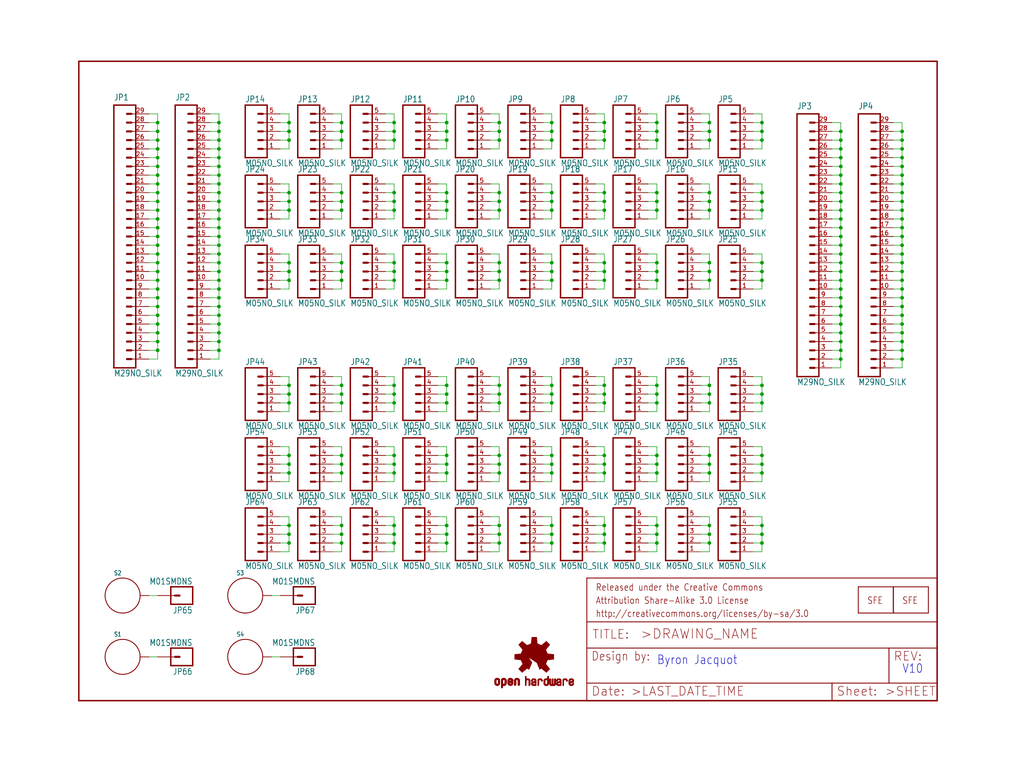
<source format=kicad_sch>
(kicad_sch (version 20211123) (generator eeschema)
  (paper "User" 297.002 223.926)
  (lib_symbols
    (symbol "schematicEagle-eagle-import:FRAME-LETTER"
      (symbol "FRAME-LETTER_2_0"
        (text ">DRAWING_NAME" (at 15.494 17.78 0) (effects (font (size 2.7432 2.7432)) (justify left bottom)))
        (text ">LAST_DATE_TIME" (at 12.7 1.27 0) (effects (font (size 2.54 2.54)) (justify left bottom)))
        (text ">SHEET" (at 86.36 1.27 0) (effects (font (size 2.54 2.54)) (justify left bottom)))
        (text "Attribution Share-Alike 3.0 License" (at 2.54 27.94 0) (effects (font (size 1.9304 1.6408)) (justify left bottom)))
        (text "Date:" (at 1.27 1.27 0) (effects (font (size 2.54 2.54)) (justify left bottom)))
        (text "Design by:" (at 1.27 11.43 0) (effects (font (size 2.54 2.159)) (justify left bottom)))
        (text "http://creativecommons.org/licenses/by-sa/3.0" (at 2.54 24.13 0) (effects (font (size 1.9304 1.6408)) (justify left bottom)))
        (text "Released under the Creative Commons" (at 2.54 31.75 0) (effects (font (size 1.9304 1.6408)) (justify left bottom)))
        (text "REV:" (at 88.9 11.43 0) (effects (font (size 2.54 2.54)) (justify left bottom)))
        (text "Sheet:" (at 72.39 1.27 0) (effects (font (size 2.54 2.54)) (justify left bottom)))
        (text "TITLE:" (at 1.524 17.78 0) (effects (font (size 2.54 2.54)) (justify left bottom)))
      )
    )
    (symbol "schematicEagle-eagle-import:LOGO-SFECP"
      (symbol "LOGO-SFECP_1_0"
        (text "SFE" (at 0 0 0) (effects (font (size 1.9304 1.6408)) (justify left bottom)))
      )
    )
    (symbol "schematicEagle-eagle-import:LOGO-SFENEW"
      (symbol "LOGO-SFENEW_1_0"
        (text "SFE" (at 0 0 0) (effects (font (size 1.9304 1.6408)) (justify left bottom)))
      )
    )
    (symbol "schematicEagle-eagle-import:M01SMDNS"
      (property "Reference" "JP" (at -2.54 3.302 0))
      (property "Value" "M01SMDNS" (at -2.54 -5.08 0))
      (symbol "M01SMDNS_1_0"
        (pin passive line (at 7.62 0 180) (length 5.08) (name "1") (number "1"))
      )
    )
    (symbol "schematicEagle-eagle-import:M05NO_SILK"
      (property "Reference" "JP" (at -2.54 8.382 0))
      (property "Value" "M05NO_SILK" (at -2.54 -10.16 0))
      (symbol "M05NO_SILK_1_0"
        (pin passive line (at 7.62 -5.08 180) (length 5.08) (name "1") (number "1"))
        (pin passive line (at 7.62 -2.54 180) (length 5.08) (name "2") (number "2"))
        (pin passive line (at 7.62 0 180) (length 5.08) (name "3") (number "3"))
        (pin passive line (at 7.62 2.54 180) (length 5.08) (name "4") (number "4"))
        (pin passive line (at 7.62 5.08 180) (length 5.08) (name "5") (number "5"))
      )
    )
    (symbol "schematicEagle-eagle-import:M29NO_SILK"
      (property "Reference" "JP" (at -2.54 39.37 0))
      (property "Value" "M29NO_SILK" (at -2.54 -40.64 0))
      (symbol "M29NO_SILK_1_0"
        (pin passive line (at 7.62 -35.56 180) (length 5.08) (name "1") (number "1"))
        (pin passive line (at 7.62 -12.7 180) (length 5.08) (name "10") (number "10"))
        (pin passive line (at 7.62 -10.16 180) (length 5.08) (name "11") (number "11"))
        (pin passive line (at 7.62 -7.62 180) (length 5.08) (name "12") (number "12"))
        (pin passive line (at 7.62 -5.08 180) (length 5.08) (name "13") (number "13"))
        (pin passive line (at 7.62 -2.54 180) (length 5.08) (name "14") (number "14"))
        (pin passive line (at 7.62 0 180) (length 5.08) (name "15") (number "15"))
        (pin passive line (at 7.62 2.54 180) (length 5.08) (name "16") (number "16"))
        (pin passive line (at 7.62 5.08 180) (length 5.08) (name "17") (number "17"))
        (pin passive line (at 7.62 7.62 180) (length 5.08) (name "18") (number "18"))
        (pin passive line (at 7.62 10.16 180) (length 5.08) (name "19") (number "19"))
        (pin passive line (at 7.62 -33.02 180) (length 5.08) (name "2") (number "2"))
        (pin passive line (at 7.62 12.7 180) (length 5.08) (name "20") (number "20"))
        (pin passive line (at 7.62 15.24 180) (length 5.08) (name "21") (number "21"))
        (pin passive line (at 7.62 17.78 180) (length 5.08) (name "22") (number "22"))
        (pin passive line (at 7.62 20.32 180) (length 5.08) (name "23") (number "23"))
        (pin passive line (at 7.62 22.86 180) (length 5.08) (name "24") (number "24"))
        (pin passive line (at 7.62 25.4 180) (length 5.08) (name "25") (number "25"))
        (pin passive line (at 7.62 27.94 180) (length 5.08) (name "26") (number "26"))
        (pin passive line (at 7.62 30.48 180) (length 5.08) (name "27") (number "27"))
        (pin passive line (at 7.62 33.02 180) (length 5.08) (name "28") (number "28"))
        (pin passive line (at 7.62 35.56 180) (length 5.08) (name "29") (number "29"))
        (pin passive line (at 7.62 -30.48 180) (length 5.08) (name "3") (number "3"))
        (pin passive line (at 7.62 -27.94 180) (length 5.08) (name "4") (number "4"))
        (pin passive line (at 7.62 -25.4 180) (length 5.08) (name "5") (number "5"))
        (pin passive line (at 7.62 -22.86 180) (length 5.08) (name "6") (number "6"))
        (pin passive line (at 7.62 -20.32 180) (length 5.08) (name "7") (number "7"))
        (pin passive line (at 7.62 -17.78 180) (length 5.08) (name "8") (number "8"))
        (pin passive line (at 7.62 -15.24 180) (length 5.08) (name "9") (number "9"))
      )
    )
    (symbol "schematicEagle-eagle-import:OSHW-LOGOS")
    (symbol "schematicEagle-eagle-import:STANDOFF_ELECTRICAL"
      (property "Reference" "S" (at -2.54 5.842 0))
      (symbol "STANDOFF_ELECTRICAL_1_0"
        (pin bidirectional line (at 7.62 0 180) (length 2.54) (name "P$1") (number "P1"))
      )
    )
  )
  (junction (at 45.72 96.52))
  (junction (at 243.84 91.44))
  (junction (at 243.84 101.6))
  (junction (at 99.06 114.3))
  (junction (at 243.84 38.1))
  (junction (at 45.72 73.66))
  (junction (at 114.3 157.48))
  (junction (at 175.26 137.16))
  (junction (at 114.3 137.16))
  (junction (at 144.78 76.2))
  (junction (at 243.84 58.42))
  (junction (at 83.82 154.94))
  (junction (at 99.06 116.84))
  (junction (at 205.74 116.84))
  (junction (at 114.3 35.56))
  (junction (at 220.98 38.1))
  (junction (at 243.84 83.82))
  (junction (at 190.5 38.1))
  (junction (at 261.62 83.82))
  (junction (at 99.06 76.2))
  (junction (at 220.98 137.16))
  (junction (at 243.84 60.96))
  (junction (at 45.72 76.2))
  (junction (at 83.82 116.84))
  (junction (at 129.54 76.2))
  (junction (at 45.72 83.82))
  (junction (at 261.62 76.2))
  (junction (at 63.5 99.06))
  (junction (at 45.72 50.8))
  (junction (at 99.06 40.64))
  (junction (at 160.02 134.62))
  (junction (at 63.5 71.12))
  (junction (at 190.5 132.08))
  (junction (at 83.82 55.88))
  (junction (at 261.62 86.36))
  (junction (at 261.62 104.14))
  (junction (at 83.82 137.16))
  (junction (at 63.5 78.74))
  (junction (at 99.06 157.48))
  (junction (at 129.54 157.48))
  (junction (at 190.5 134.62))
  (junction (at 261.62 99.06))
  (junction (at 129.54 58.42))
  (junction (at 45.72 58.42))
  (junction (at 99.06 111.76))
  (junction (at 243.84 53.34))
  (junction (at 160.02 111.76))
  (junction (at 220.98 132.08))
  (junction (at 220.98 116.84))
  (junction (at 129.54 137.16))
  (junction (at 83.82 111.76))
  (junction (at 160.02 137.16))
  (junction (at 144.78 81.28))
  (junction (at 45.72 48.26))
  (junction (at 160.02 78.74))
  (junction (at 63.5 91.44))
  (junction (at 190.5 78.74))
  (junction (at 114.3 132.08))
  (junction (at 243.84 40.64))
  (junction (at 220.98 60.96))
  (junction (at 243.84 43.18))
  (junction (at 261.62 63.5))
  (junction (at 261.62 55.88))
  (junction (at 205.74 134.62))
  (junction (at 114.3 55.88))
  (junction (at 144.78 60.96))
  (junction (at 63.5 35.56))
  (junction (at 190.5 40.64))
  (junction (at 261.62 68.58))
  (junction (at 243.84 71.12))
  (junction (at 243.84 93.98))
  (junction (at 190.5 60.96))
  (junction (at 129.54 116.84))
  (junction (at 175.26 58.42))
  (junction (at 160.02 132.08))
  (junction (at 114.3 40.64))
  (junction (at 63.5 45.72))
  (junction (at 83.82 152.4))
  (junction (at 83.82 81.28))
  (junction (at 129.54 81.28))
  (junction (at 63.5 53.34))
  (junction (at 205.74 154.94))
  (junction (at 83.82 114.3))
  (junction (at 63.5 38.1))
  (junction (at 243.84 99.06))
  (junction (at 261.62 71.12))
  (junction (at 175.26 78.74))
  (junction (at 205.74 35.56))
  (junction (at 175.26 55.88))
  (junction (at 175.26 152.4))
  (junction (at 160.02 58.42))
  (junction (at 261.62 43.18))
  (junction (at 144.78 78.74))
  (junction (at 190.5 152.4))
  (junction (at 190.5 116.84))
  (junction (at 160.02 152.4))
  (junction (at 63.5 86.36))
  (junction (at 220.98 81.28))
  (junction (at 144.78 157.48))
  (junction (at 243.84 50.8))
  (junction (at 205.74 78.74))
  (junction (at 83.82 157.48))
  (junction (at 114.3 116.84))
  (junction (at 63.5 48.26))
  (junction (at 175.26 114.3))
  (junction (at 243.84 78.74))
  (junction (at 63.5 83.82))
  (junction (at 243.84 88.9))
  (junction (at 45.72 63.5))
  (junction (at 175.26 40.64))
  (junction (at 261.62 81.28))
  (junction (at 261.62 78.74))
  (junction (at 129.54 132.08))
  (junction (at 45.72 93.98))
  (junction (at 243.84 45.72))
  (junction (at 45.72 99.06))
  (junction (at 129.54 40.64))
  (junction (at 45.72 53.34))
  (junction (at 45.72 66.04))
  (junction (at 83.82 58.42))
  (junction (at 129.54 134.62))
  (junction (at 99.06 38.1))
  (junction (at 261.62 48.26))
  (junction (at 205.74 38.1))
  (junction (at 45.72 35.56))
  (junction (at 160.02 157.48))
  (junction (at 175.26 35.56))
  (junction (at 160.02 116.84))
  (junction (at 99.06 55.88))
  (junction (at 114.3 58.42))
  (junction (at 129.54 114.3))
  (junction (at 190.5 157.48))
  (junction (at 129.54 78.74))
  (junction (at 243.84 76.2))
  (junction (at 175.26 111.76))
  (junction (at 261.62 96.52))
  (junction (at 63.5 63.5))
  (junction (at 114.3 38.1))
  (junction (at 99.06 134.62))
  (junction (at 45.72 60.96))
  (junction (at 220.98 76.2))
  (junction (at 243.84 81.28))
  (junction (at 261.62 40.64))
  (junction (at 99.06 154.94))
  (junction (at 63.5 58.42))
  (junction (at 190.5 137.16))
  (junction (at 129.54 35.56))
  (junction (at 175.26 38.1))
  (junction (at 129.54 38.1))
  (junction (at 114.3 111.76))
  (junction (at 129.54 154.94))
  (junction (at 220.98 55.88))
  (junction (at 144.78 132.08))
  (junction (at 45.72 68.58))
  (junction (at 63.5 88.9))
  (junction (at 45.72 71.12))
  (junction (at 243.84 48.26))
  (junction (at 243.84 73.66))
  (junction (at 99.06 35.56))
  (junction (at 243.84 63.5))
  (junction (at 220.98 134.62))
  (junction (at 63.5 81.28))
  (junction (at 243.84 104.14))
  (junction (at 83.82 38.1))
  (junction (at 243.84 96.52))
  (junction (at 261.62 60.96))
  (junction (at 114.3 114.3))
  (junction (at 144.78 152.4))
  (junction (at 175.26 116.84))
  (junction (at 45.72 101.6))
  (junction (at 114.3 60.96))
  (junction (at 144.78 40.64))
  (junction (at 205.74 60.96))
  (junction (at 205.74 132.08))
  (junction (at 99.06 81.28))
  (junction (at 99.06 58.42))
  (junction (at 114.3 81.28))
  (junction (at 99.06 137.16))
  (junction (at 220.98 152.4))
  (junction (at 261.62 101.6))
  (junction (at 45.72 81.28))
  (junction (at 261.62 93.98))
  (junction (at 45.72 55.88))
  (junction (at 205.74 114.3))
  (junction (at 175.26 76.2))
  (junction (at 205.74 58.42))
  (junction (at 220.98 114.3))
  (junction (at 160.02 40.64))
  (junction (at 261.62 50.8))
  (junction (at 190.5 35.56))
  (junction (at 175.26 157.48))
  (junction (at 261.62 58.42))
  (junction (at 83.82 78.74))
  (junction (at 205.74 111.76))
  (junction (at 144.78 137.16))
  (junction (at 175.26 60.96))
  (junction (at 220.98 154.94))
  (junction (at 160.02 81.28))
  (junction (at 220.98 111.76))
  (junction (at 144.78 116.84))
  (junction (at 220.98 35.56))
  (junction (at 190.5 55.88))
  (junction (at 63.5 55.88))
  (junction (at 129.54 111.76))
  (junction (at 261.62 53.34))
  (junction (at 83.82 40.64))
  (junction (at 243.84 66.04))
  (junction (at 144.78 38.1))
  (junction (at 243.84 68.58))
  (junction (at 144.78 58.42))
  (junction (at 205.74 157.48))
  (junction (at 99.06 60.96))
  (junction (at 63.5 76.2))
  (junction (at 243.84 55.88))
  (junction (at 261.62 45.72))
  (junction (at 190.5 58.42))
  (junction (at 129.54 60.96))
  (junction (at 220.98 78.74))
  (junction (at 63.5 68.58))
  (junction (at 63.5 73.66))
  (junction (at 45.72 43.18))
  (junction (at 160.02 76.2))
  (junction (at 190.5 111.76))
  (junction (at 129.54 55.88))
  (junction (at 45.72 38.1))
  (junction (at 261.62 66.04))
  (junction (at 129.54 152.4))
  (junction (at 160.02 114.3))
  (junction (at 175.26 134.62))
  (junction (at 160.02 35.56))
  (junction (at 45.72 88.9))
  (junction (at 205.74 76.2))
  (junction (at 205.74 81.28))
  (junction (at 175.26 132.08))
  (junction (at 99.06 132.08))
  (junction (at 99.06 152.4))
  (junction (at 45.72 86.36))
  (junction (at 175.26 81.28))
  (junction (at 205.74 55.88))
  (junction (at 63.5 43.18))
  (junction (at 175.26 154.94))
  (junction (at 114.3 154.94))
  (junction (at 261.62 88.9))
  (junction (at 83.82 76.2))
  (junction (at 45.72 40.64))
  (junction (at 63.5 50.8))
  (junction (at 63.5 60.96))
  (junction (at 45.72 91.44))
  (junction (at 220.98 58.42))
  (junction (at 144.78 55.88))
  (junction (at 205.74 137.16))
  (junction (at 144.78 134.62))
  (junction (at 114.3 76.2))
  (junction (at 114.3 134.62))
  (junction (at 160.02 55.88))
  (junction (at 261.62 38.1))
  (junction (at 190.5 76.2))
  (junction (at 190.5 154.94))
  (junction (at 190.5 114.3))
  (junction (at 99.06 78.74))
  (junction (at 220.98 40.64))
  (junction (at 63.5 96.52))
  (junction (at 261.62 73.66))
  (junction (at 220.98 157.48))
  (junction (at 45.72 45.72))
  (junction (at 83.82 132.08))
  (junction (at 63.5 101.6))
  (junction (at 243.84 86.36))
  (junction (at 160.02 38.1))
  (junction (at 190.5 81.28))
  (junction (at 114.3 78.74))
  (junction (at 205.74 40.64))
  (junction (at 83.82 134.62))
  (junction (at 144.78 114.3))
  (junction (at 114.3 152.4))
  (junction (at 160.02 154.94))
  (junction (at 63.5 40.64))
  (junction (at 261.62 91.44))
  (junction (at 160.02 60.96))
  (junction (at 83.82 35.56))
  (junction (at 144.78 35.56))
  (junction (at 45.72 78.74))
  (junction (at 144.78 111.76))
  (junction (at 144.78 154.94))
  (junction (at 205.74 152.4))
  (junction (at 83.82 60.96))
  (junction (at 63.5 93.98))
  (junction (at 63.5 66.04))
  (wire (pts (xy 157.48 38.1) (xy 160.02 38.1)))
  (wire (pts (xy 261.62 104.14) (xy 261.62 101.6)))
  (wire (pts (xy 129.54 60.96) (xy 129.54 63.5)))
  (wire (pts (xy 172.72 134.62) (xy 175.26 134.62)))
  (wire (pts (xy 203.2 38.1) (xy 205.74 38.1)))
  (wire (pts (xy 157.48 40.64) (xy 160.02 40.64)))
  (wire (pts (xy 157.48 60.96) (xy 160.02 60.96)))
  (wire (pts (xy 81.28 111.76) (xy 83.82 111.76)))
  (wire (pts (xy 243.84 96.52) (xy 243.84 99.06)))
  (wire (pts (xy 203.2 149.86) (xy 205.74 149.86)))
  (wire (pts (xy 218.44 149.86) (xy 220.98 149.86)))
  (wire (pts (xy 205.74 132.08) (xy 205.74 134.62)))
  (wire (pts (xy 259.08 63.5) (xy 261.62 63.5)))
  (wire (pts (xy 203.2 134.62) (xy 205.74 134.62)))
  (wire (pts (xy 63.5 71.12) (xy 63.5 68.58)))
  (wire (pts (xy 127 53.34) (xy 129.54 53.34)))
  (wire (pts (xy 157.48 157.48) (xy 160.02 157.48)))
  (wire (pts (xy 172.72 149.86) (xy 175.26 149.86)))
  (wire (pts (xy 63.5 81.28) (xy 63.5 78.74)))
  (wire (pts (xy 43.18 63.5) (xy 45.72 63.5)))
  (wire (pts (xy 261.62 38.1) (xy 261.62 35.56)))
  (wire (pts (xy 96.52 116.84) (xy 99.06 116.84)))
  (wire (pts (xy 241.3 71.12) (xy 243.84 71.12)))
  (wire (pts (xy 60.96 50.8) (xy 63.5 50.8)))
  (wire (pts (xy 203.2 40.64) (xy 205.74 40.64)))
  (wire (pts (xy 203.2 111.76) (xy 205.74 111.76)))
  (wire (pts (xy 259.08 86.36) (xy 261.62 86.36)))
  (wire (pts (xy 205.74 139.7) (xy 203.2 139.7)))
  (wire (pts (xy 114.3 43.18) (xy 111.76 43.18)))
  (wire (pts (xy 190.5 149.86) (xy 190.5 152.4)))
  (wire (pts (xy 241.3 96.52) (xy 243.84 96.52)))
  (wire (pts (xy 60.96 45.72) (xy 63.5 45.72)))
  (wire (pts (xy 43.18 35.56) (xy 45.72 35.56)))
  (wire (pts (xy 203.2 73.66) (xy 205.74 73.66)))
  (wire (pts (xy 83.82 129.54) (xy 83.82 132.08)))
  (wire (pts (xy 83.82 137.16) (xy 83.82 139.7)))
  (wire (pts (xy 96.52 78.74) (xy 99.06 78.74)))
  (wire (pts (xy 187.96 137.16) (xy 190.5 137.16)))
  (wire (pts (xy 241.3 66.04) (xy 243.84 66.04)))
  (wire (pts (xy 144.78 35.56) (xy 144.78 38.1)))
  (wire (pts (xy 144.78 111.76) (xy 144.78 114.3)))
  (wire (pts (xy 220.98 55.88) (xy 220.98 58.42)))
  (wire (pts (xy 99.06 83.82) (xy 96.52 83.82)))
  (wire (pts (xy 205.74 111.76) (xy 205.74 114.3)))
  (wire (pts (xy 172.72 152.4) (xy 175.26 152.4)))
  (wire (pts (xy 114.3 78.74) (xy 114.3 81.28)))
  (wire (pts (xy 43.18 73.66) (xy 45.72 73.66)))
  (wire (pts (xy 129.54 139.7) (xy 127 139.7)))
  (wire (pts (xy 43.18 60.96) (xy 45.72 60.96)))
  (wire (pts (xy 144.78 58.42) (xy 144.78 60.96)))
  (wire (pts (xy 83.82 35.56) (xy 83.82 38.1)))
  (wire (pts (xy 205.74 137.16) (xy 205.74 139.7)))
  (wire (pts (xy 218.44 114.3) (xy 220.98 114.3)))
  (wire (pts (xy 144.78 55.88) (xy 144.78 58.42)))
  (wire (pts (xy 127 109.22) (xy 129.54 109.22)))
  (wire (pts (xy 261.62 83.82) (xy 261.62 81.28)))
  (wire (pts (xy 241.3 38.1) (xy 243.84 38.1)))
  (wire (pts (xy 43.18 88.9) (xy 45.72 88.9)))
  (wire (pts (xy 175.26 83.82) (xy 172.72 83.82)))
  (wire (pts (xy 203.2 33.02) (xy 205.74 33.02)))
  (wire (pts (xy 83.82 38.1) (xy 83.82 40.64)))
  (wire (pts (xy 127 58.42) (xy 129.54 58.42)))
  (wire (pts (xy 114.3 35.56) (xy 114.3 38.1)))
  (wire (pts (xy 60.96 53.34) (xy 63.5 53.34)))
  (wire (pts (xy 83.82 53.34) (xy 83.82 55.88)))
  (wire (pts (xy 259.08 45.72) (xy 261.62 45.72)))
  (wire (pts (xy 175.26 53.34) (xy 175.26 55.88)))
  (wire (pts (xy 99.06 73.66) (xy 99.06 76.2)))
  (wire (pts (xy 160.02 152.4) (xy 160.02 154.94)))
  (wire (pts (xy 45.72 66.04) (xy 45.72 68.58)))
  (wire (pts (xy 63.5 86.36) (xy 63.5 83.82)))
  (wire (pts (xy 81.28 60.96) (xy 83.82 60.96)))
  (wire (pts (xy 129.54 149.86) (xy 129.54 152.4)))
  (wire (pts (xy 144.78 134.62) (xy 144.78 137.16)))
  (wire (pts (xy 45.72 55.88) (xy 45.72 58.42)))
  (wire (pts (xy 205.74 55.88) (xy 205.74 58.42)))
  (wire (pts (xy 43.18 83.82) (xy 45.72 83.82)))
  (wire (pts (xy 243.84 73.66) (xy 243.84 76.2)))
  (wire (pts (xy 259.08 35.56) (xy 261.62 35.56)))
  (wire (pts (xy 190.5 111.76) (xy 190.5 114.3)))
  (wire (pts (xy 43.18 53.34) (xy 45.72 53.34)))
  (wire (pts (xy 99.06 43.18) (xy 96.52 43.18)))
  (wire (pts (xy 187.96 73.66) (xy 190.5 73.66)))
  (wire (pts (xy 261.62 66.04) (xy 261.62 63.5)))
  (wire (pts (xy 129.54 58.42) (xy 129.54 60.96)))
  (wire (pts (xy 261.62 43.18) (xy 261.62 40.64)))
  (wire (pts (xy 220.98 134.62) (xy 220.98 137.16)))
  (wire (pts (xy 220.98 116.84) (xy 220.98 119.38)))
  (wire (pts (xy 111.76 116.84) (xy 114.3 116.84)))
  (wire (pts (xy 172.72 33.02) (xy 175.26 33.02)))
  (wire (pts (xy 175.26 81.28) (xy 175.26 83.82)))
  (wire (pts (xy 129.54 111.76) (xy 129.54 114.3)))
  (wire (pts (xy 241.3 40.64) (xy 243.84 40.64)))
  (wire (pts (xy 142.24 35.56) (xy 144.78 35.56)))
  (wire (pts (xy 96.52 152.4) (xy 99.06 152.4)))
  (wire (pts (xy 43.18 76.2) (xy 45.72 76.2)))
  (wire (pts (xy 175.26 109.22) (xy 175.26 111.76)))
  (wire (pts (xy 241.3 104.14) (xy 243.84 104.14)))
  (wire (pts (xy 129.54 73.66) (xy 129.54 76.2)))
  (wire (pts (xy 114.3 53.34) (xy 114.3 55.88)))
  (wire (pts (xy 259.08 99.06) (xy 261.62 99.06)))
  (wire (pts (xy 259.08 104.14) (xy 261.62 104.14)))
  (wire (pts (xy 81.28 109.22) (xy 83.82 109.22)))
  (wire (pts (xy 63.5 91.44) (xy 63.5 88.9)))
  (wire (pts (xy 187.96 35.56) (xy 190.5 35.56)))
  (wire (pts (xy 60.96 101.6) (xy 63.5 101.6)))
  (wire (pts (xy 81.28 152.4) (xy 83.82 152.4)))
  (wire (pts (xy 96.52 60.96) (xy 99.06 60.96)))
  (wire (pts (xy 129.54 129.54) (xy 129.54 132.08)))
  (wire (pts (xy 81.28 58.42) (xy 83.82 58.42)))
  (wire (pts (xy 45.72 99.06) (xy 45.72 101.6)))
  (wire (pts (xy 175.26 149.86) (xy 175.26 152.4)))
  (wire (pts (xy 203.2 129.54) (xy 205.74 129.54)))
  (wire (pts (xy 96.52 111.76) (xy 99.06 111.76)))
  (wire (pts (xy 172.72 154.94) (xy 175.26 154.94)))
  (wire (pts (xy 205.74 63.5) (xy 203.2 63.5)))
  (wire (pts (xy 190.5 76.2) (xy 190.5 78.74)))
  (wire (pts (xy 111.76 78.74) (xy 114.3 78.74)))
  (wire (pts (xy 187.96 132.08) (xy 190.5 132.08)))
  (wire (pts (xy 261.62 76.2) (xy 261.62 73.66)))
  (wire (pts (xy 96.52 76.2) (xy 99.06 76.2)))
  (wire (pts (xy 243.84 48.26) (xy 241.3 48.26)))
  (wire (pts (xy 43.18 190.5) (xy 45.72 190.5)))
  (wire (pts (xy 243.84 38.1) (xy 243.84 40.64)))
  (wire (pts (xy 172.72 58.42) (xy 175.26 58.42)))
  (wire (pts (xy 60.96 60.96) (xy 63.5 60.96)))
  (wire (pts (xy 259.08 71.12) (xy 261.62 71.12)))
  (wire (pts (xy 99.06 157.48) (xy 99.06 160.02)))
  (wire (pts (xy 190.5 114.3) (xy 190.5 116.84)))
  (wire (pts (xy 81.28 55.88) (xy 83.82 55.88)))
  (wire (pts (xy 261.62 78.74) (xy 261.62 76.2)))
  (wire (pts (xy 63.5 48.26) (xy 63.5 45.72)))
  (wire (pts (xy 187.96 152.4) (xy 190.5 152.4)))
  (wire (pts (xy 99.06 76.2) (xy 99.06 78.74)))
  (wire (pts (xy 261.62 53.34) (xy 261.62 50.8)))
  (wire (pts (xy 45.72 35.56) (xy 45.72 38.1)))
  (wire (pts (xy 142.24 149.86) (xy 144.78 149.86)))
  (wire (pts (xy 157.48 35.56) (xy 160.02 35.56)))
  (wire (pts (xy 142.24 78.74) (xy 144.78 78.74)))
  (wire (pts (xy 157.48 152.4) (xy 160.02 152.4)))
  (wire (pts (xy 205.74 58.42) (xy 205.74 60.96)))
  (wire (pts (xy 203.2 53.34) (xy 205.74 53.34)))
  (wire (pts (xy 172.72 81.28) (xy 175.26 81.28)))
  (wire (pts (xy 218.44 60.96) (xy 220.98 60.96)))
  (wire (pts (xy 142.24 114.3) (xy 144.78 114.3)))
  (wire (pts (xy 81.28 73.66) (xy 83.82 73.66)))
  (wire (pts (xy 60.96 58.42) (xy 63.5 58.42)))
  (wire (pts (xy 261.62 45.72) (xy 261.62 43.18)))
  (wire (pts (xy 99.06 152.4) (xy 99.06 154.94)))
  (wire (pts (xy 60.96 93.98) (xy 63.5 93.98)))
  (wire (pts (xy 142.24 129.54) (xy 144.78 129.54)))
  (wire (pts (xy 83.82 139.7) (xy 81.28 139.7)))
  (wire (pts (xy 205.74 53.34) (xy 205.74 55.88)))
  (wire (pts (xy 241.3 45.72) (xy 243.84 45.72)))
  (wire (pts (xy 142.24 76.2) (xy 144.78 76.2)))
  (wire (pts (xy 157.48 76.2) (xy 160.02 76.2)))
  (wire (pts (xy 63.5 93.98) (xy 63.5 91.44)))
  (wire (pts (xy 99.06 119.38) (xy 96.52 119.38)))
  (wire (pts (xy 45.72 71.12) (xy 45.72 73.66)))
  (wire (pts (xy 172.72 157.48) (xy 175.26 157.48)))
  (wire (pts (xy 83.82 33.02) (xy 83.82 35.56)))
  (wire (pts (xy 160.02 73.66) (xy 160.02 76.2)))
  (wire (pts (xy 243.84 43.18) (xy 243.84 45.72)))
  (wire (pts (xy 243.84 43.18) (xy 241.3 43.18)))
  (wire (pts (xy 111.76 109.22) (xy 114.3 109.22)))
  (wire (pts (xy 261.62 71.12) (xy 261.62 68.58)))
  (wire (pts (xy 127 81.28) (xy 129.54 81.28)))
  (wire (pts (xy 142.24 132.08) (xy 144.78 132.08)))
  (wire (pts (xy 261.62 55.88) (xy 261.62 53.34)))
  (wire (pts (xy 203.2 154.94) (xy 205.74 154.94)))
  (wire (pts (xy 218.44 58.42) (xy 220.98 58.42)))
  (wire (pts (xy 172.72 76.2) (xy 175.26 76.2)))
  (wire (pts (xy 45.72 73.66) (xy 45.72 76.2)))
  (wire (pts (xy 142.24 116.84) (xy 144.78 116.84)))
  (wire (pts (xy 187.96 58.42) (xy 190.5 58.42)))
  (wire (pts (xy 220.98 76.2) (xy 220.98 78.74)))
  (wire (pts (xy 127 40.64) (xy 129.54 40.64)))
  (wire (pts (xy 81.28 137.16) (xy 83.82 137.16)))
  (wire (pts (xy 243.84 91.44) (xy 243.84 93.98)))
  (wire (pts (xy 160.02 137.16) (xy 160.02 139.7)))
  (wire (pts (xy 83.82 60.96) (xy 83.82 63.5)))
  (wire (pts (xy 218.44 35.56) (xy 220.98 35.56)))
  (wire (pts (xy 243.84 104.14) (xy 243.84 106.68)))
  (wire (pts (xy 190.5 78.74) (xy 190.5 81.28)))
  (wire (pts (xy 261.62 81.28) (xy 261.62 78.74)))
  (wire (pts (xy 45.72 45.72) (xy 43.18 45.72)))
  (wire (pts (xy 60.96 104.14) (xy 63.5 104.14)))
  (wire (pts (xy 60.96 40.64) (xy 63.5 40.64)))
  (wire (pts (xy 45.72 40.64) (xy 43.18 40.64)))
  (wire (pts (xy 220.98 129.54) (xy 220.98 132.08)))
  (wire (pts (xy 63.5 63.5) (xy 63.5 60.96)))
  (wire (pts (xy 259.08 93.98) (xy 261.62 93.98)))
  (wire (pts (xy 111.76 38.1) (xy 114.3 38.1)))
  (wire (pts (xy 190.5 35.56) (xy 190.5 38.1)))
  (wire (pts (xy 205.74 154.94) (xy 205.74 157.48)))
  (wire (pts (xy 114.3 132.08) (xy 114.3 134.62)))
  (wire (pts (xy 60.96 43.18) (xy 63.5 43.18)))
  (wire (pts (xy 111.76 134.62) (xy 114.3 134.62)))
  (wire (pts (xy 241.3 76.2) (xy 243.84 76.2)))
  (wire (pts (xy 127 38.1) (xy 129.54 38.1)))
  (wire (pts (xy 241.3 55.88) (xy 243.84 55.88)))
  (wire (pts (xy 144.78 139.7) (xy 142.24 139.7)))
  (wire (pts (xy 259.08 76.2) (xy 261.62 76.2)))
  (wire (pts (xy 190.5 119.38) (xy 187.96 119.38)))
  (wire (pts (xy 96.52 114.3) (xy 99.06 114.3)))
  (wire (pts (xy 111.76 129.54) (xy 114.3 129.54)))
  (wire (pts (xy 129.54 134.62) (xy 129.54 137.16)))
  (wire (pts (xy 203.2 78.74) (xy 205.74 78.74)))
  (wire (pts (xy 241.3 50.8) (xy 243.84 50.8)))
  (wire (pts (xy 261.62 60.96) (xy 261.62 58.42)))
  (wire (pts (xy 205.74 160.02) (xy 203.2 160.02)))
  (wire (pts (xy 190.5 129.54) (xy 190.5 132.08)))
  (wire (pts (xy 83.82 83.82) (xy 81.28 83.82)))
  (wire (pts (xy 218.44 53.34) (xy 220.98 53.34)))
  (wire (pts (xy 259.08 106.68) (xy 261.62 106.68)))
  (wire (pts (xy 187.96 134.62) (xy 190.5 134.62)))
  (wire (pts (xy 81.28 154.94) (xy 83.82 154.94)))
  (wire (pts (xy 220.98 78.74) (xy 220.98 81.28)))
  (wire (pts (xy 160.02 60.96) (xy 160.02 63.5)))
  (wire (pts (xy 129.54 43.18) (xy 127 43.18)))
  (wire (pts (xy 144.78 43.18) (xy 142.24 43.18)))
  (wire (pts (xy 63.5 35.56) (xy 63.5 33.02)))
  (wire (pts (xy 96.52 53.34) (xy 99.06 53.34)))
  (wire (pts (xy 114.3 152.4) (xy 114.3 154.94)))
  (wire (pts (xy 111.76 76.2) (xy 114.3 76.2)))
  (wire (pts (xy 99.06 111.76) (xy 99.06 114.3)))
  (wire (pts (xy 205.74 60.96) (xy 205.74 63.5)))
  (wire (pts (xy 203.2 152.4) (xy 205.74 152.4)))
  (wire (pts (xy 259.08 66.04) (xy 261.62 66.04)))
  (wire (pts (xy 99.06 53.34) (xy 99.06 55.88)))
  (wire (pts (xy 63.5 101.6) (xy 63.5 99.06)))
  (wire (pts (xy 99.06 81.28) (xy 99.06 83.82)))
  (wire (pts (xy 99.06 63.5) (xy 96.52 63.5)))
  (wire (pts (xy 129.54 78.74) (xy 129.54 81.28)))
  (wire (pts (xy 241.3 88.9) (xy 243.84 88.9)))
  (wire (pts (xy 205.74 40.64) (xy 205.74 43.18)))
  (wire (pts (xy 63.5 73.66) (xy 63.5 71.12)))
  (wire (pts (xy 83.82 81.28) (xy 83.82 83.82)))
  (wire (pts (xy 43.18 55.88) (xy 45.72 55.88)))
  (wire (pts (xy 129.54 38.1) (xy 129.54 40.64)))
  (wire (pts (xy 45.72 38.1) (xy 45.72 40.64)))
  (wire (pts (xy 111.76 55.88) (xy 114.3 55.88)))
  (wire (pts (xy 261.62 40.64) (xy 261.62 38.1)))
  (wire (pts (xy 83.82 149.86) (xy 83.82 152.4)))
  (wire (pts (xy 129.54 33.02) (xy 129.54 35.56)))
  (wire (pts (xy 96.52 58.42) (xy 99.06 58.42)))
  (wire (pts (xy 127 76.2) (xy 129.54 76.2)))
  (wire (pts (xy 261.62 50.8) (xy 261.62 48.26)))
  (wire (pts (xy 243.84 66.04) (xy 243.84 68.58)))
  (wire (pts (xy 81.28 116.84) (xy 83.82 116.84)))
  (wire (pts (xy 175.26 157.48) (xy 175.26 160.02)))
  (wire (pts (xy 203.2 109.22) (xy 205.74 109.22)))
  (wire (pts (xy 96.52 134.62) (xy 99.06 134.62)))
  (wire (pts (xy 190.5 154.94) (xy 190.5 157.48)))
  (wire (pts (xy 187.96 154.94) (xy 190.5 154.94)))
  (wire (pts (xy 175.26 160.02) (xy 172.72 160.02)))
  (wire (pts (xy 129.54 116.84) (xy 129.54 119.38)))
  (wire (pts (xy 218.44 73.66) (xy 220.98 73.66)))
  (wire (pts (xy 220.98 160.02) (xy 218.44 160.02)))
  (wire (pts (xy 172.72 53.34) (xy 175.26 53.34)))
  (wire (pts (xy 111.76 114.3) (xy 114.3 114.3)))
  (wire (pts (xy 243.84 83.82) (xy 243.84 86.36)))
  (wire (pts (xy 96.52 129.54) (xy 99.06 129.54)))
  (wire (pts (xy 127 129.54) (xy 129.54 129.54)))
  (wire (pts (xy 172.72 129.54) (xy 175.26 129.54)))
  (wire (pts (xy 114.3 33.02) (xy 114.3 35.56)))
  (wire (pts (xy 160.02 111.76) (xy 160.02 114.3)))
  (wire (pts (xy 261.62 73.66) (xy 261.62 71.12)))
  (wire (pts (xy 203.2 55.88) (xy 205.74 55.88)))
  (wire (pts (xy 187.96 38.1) (xy 190.5 38.1)))
  (wire (pts (xy 187.96 55.88) (xy 190.5 55.88)))
  (wire (pts (xy 187.96 114.3) (xy 190.5 114.3)))
  (wire (pts (xy 190.5 109.22) (xy 190.5 111.76)))
  (wire (pts (xy 259.08 88.9) (xy 261.62 88.9)))
  (wire (pts (xy 160.02 58.42) (xy 160.02 60.96)))
  (wire (pts (xy 83.82 154.94) (xy 83.82 157.48)))
  (wire (pts (xy 203.2 81.28) (xy 205.74 81.28)))
  (wire (pts (xy 175.26 132.08) (xy 175.26 134.62)))
  (wire (pts (xy 243.84 58.42) (xy 243.84 60.96)))
  (wire (pts (xy 160.02 109.22) (xy 160.02 111.76)))
  (wire (pts (xy 99.06 134.62) (xy 99.06 137.16)))
  (wire (pts (xy 243.84 60.96) (xy 243.84 63.5)))
  (wire (pts (xy 63.5 53.34) (xy 63.5 50.8)))
  (wire (pts (xy 43.18 91.44) (xy 45.72 91.44)))
  (wire (pts (xy 190.5 160.02) (xy 187.96 160.02)))
  (wire (pts (xy 81.28 78.74) (xy 83.82 78.74)))
  (wire (pts (xy 129.54 55.88) (xy 129.54 58.42)))
  (wire (pts (xy 144.78 149.86) (xy 144.78 152.4)))
  (wire (pts (xy 114.3 134.62) (xy 114.3 137.16)))
  (wire (pts (xy 160.02 119.38) (xy 157.48 119.38)))
  (wire (pts (xy 129.54 81.28) (xy 129.54 83.82)))
  (wire (pts (xy 96.52 40.64) (xy 99.06 40.64)))
  (wire (pts (xy 111.76 73.66) (xy 114.3 73.66)))
  (wire (pts (xy 142.24 134.62) (xy 144.78 134.62)))
  (wire (pts (xy 243.84 48.26) (xy 243.84 50.8)))
  (wire (pts (xy 157.48 149.86) (xy 160.02 149.86)))
  (wire (pts (xy 241.3 81.28) (xy 243.84 81.28)))
  (wire (pts (xy 45.72 96.52) (xy 45.72 99.06)))
  (wire (pts (xy 175.26 76.2) (xy 175.26 78.74)))
  (wire (pts (xy 160.02 114.3) (xy 160.02 116.84)))
  (wire (pts (xy 261.62 86.36) (xy 261.62 83.82)))
  (wire (pts (xy 220.98 35.56) (xy 220.98 38.1)))
  (wire (pts (xy 45.72 33.02) (xy 45.72 35.56)))
  (wire (pts (xy 114.3 40.64) (xy 114.3 43.18)))
  (wire (pts (xy 83.82 132.08) (xy 83.82 134.62)))
  (wire (pts (xy 259.08 81.28) (xy 261.62 81.28)))
  (wire (pts (xy 218.44 78.74) (xy 220.98 78.74)))
  (wire (pts (xy 45.72 58.42) (xy 43.18 58.42)))
  (wire (pts (xy 63.5 50.8) (xy 63.5 48.26)))
  (wire (pts (xy 203.2 137.16) (xy 205.74 137.16)))
  (wire (pts (xy 99.06 132.08) (xy 99.06 134.62)))
  (wire (pts (xy 243.84 50.8) (xy 243.84 53.34)))
  (wire (pts (xy 142.24 81.28) (xy 144.78 81.28)))
  (wire (pts (xy 259.08 50.8) (xy 261.62 50.8)))
  (wire (pts (xy 81.28 114.3) (xy 83.82 114.3)))
  (wire (pts (xy 83.82 114.3) (xy 83.82 116.84)))
  (wire (pts (xy 96.52 109.22) (xy 99.06 109.22)))
  (wire (pts (xy 144.78 76.2) (xy 144.78 78.74)))
  (wire (pts (xy 175.26 78.74) (xy 175.26 81.28)))
  (wire (pts (xy 241.3 101.6) (xy 243.84 101.6)))
  (wire (pts (xy 83.82 119.38) (xy 81.28 119.38)))
  (wire (pts (xy 259.08 91.44) (xy 261.62 91.44)))
  (wire (pts (xy 175.26 63.5) (xy 172.72 63.5)))
  (wire (pts (xy 259.08 101.6) (xy 261.62 101.6)))
  (wire (pts (xy 218.44 38.1) (xy 220.98 38.1)))
  (wire (pts (xy 43.18 33.02) (xy 45.72 33.02)))
  (wire (pts (xy 259.08 58.42) (xy 261.62 58.42)))
  (wire (pts (xy 187.96 129.54) (xy 190.5 129.54)))
  (wire (pts (xy 175.26 137.16) (xy 175.26 139.7)))
  (wire (pts (xy 220.98 40.64) (xy 220.98 43.18)))
  (wire (pts (xy 96.52 55.88) (xy 99.06 55.88)))
  (wire (pts (xy 172.72 78.74) (xy 175.26 78.74)))
  (wire (pts (xy 157.48 137.16) (xy 160.02 137.16)))
  (wire (pts (xy 160.02 63.5) (xy 157.48 63.5)))
  (wire (pts (xy 111.76 111.76) (xy 114.3 111.76)))
  (wire (pts (xy 261.62 88.9) (xy 261.62 86.36)))
  (wire (pts (xy 220.98 38.1) (xy 220.98 40.64)))
  (wire (pts (xy 114.3 58.42) (xy 114.3 60.96)))
  (wire (pts (xy 175.26 38.1) (xy 175.26 40.64)))
  (wire (pts (xy 160.02 149.86) (xy 160.02 152.4)))
  (wire (pts (xy 142.24 152.4) (xy 144.78 152.4)))
  (wire (pts (xy 96.52 132.08) (xy 99.06 132.08)))
  (wire (pts (xy 127 55.88) (xy 129.54 55.88)))
  (wire (pts (xy 63.5 60.96) (xy 63.5 58.42)))
  (wire (pts (xy 111.76 157.48) (xy 114.3 157.48)))
  (wire (pts (xy 63.5 96.52) (xy 63.5 93.98)))
  (wire (pts (xy 259.08 96.52) (xy 261.62 96.52)))
  (wire (pts (xy 190.5 139.7) (xy 187.96 139.7)))
  (wire (pts (xy 144.78 132.08) (xy 144.78 134.62)))
  (wire (pts (xy 241.3 58.42) (xy 243.84 58.42)))
  (wire (pts (xy 111.76 60.96) (xy 114.3 60.96)))
  (wire (pts (xy 129.54 76.2) (xy 129.54 78.74)))
  (wire (pts (xy 160.02 157.48) (xy 160.02 160.02)))
  (wire (pts (xy 205.74 114.3) (xy 205.74 116.84)))
  (wire (pts (xy 45.72 86.36) (xy 45.72 88.9)))
  (wire (pts (xy 157.48 55.88) (xy 160.02 55.88)))
  (wire (pts (xy 218.44 111.76) (xy 220.98 111.76)))
  (wire (pts (xy 142.24 109.22) (xy 144.78 109.22)))
  (wire (pts (xy 99.06 109.22) (xy 99.06 111.76)))
  (wire (pts (xy 99.06 114.3) (xy 99.06 116.84)))
  (wire (pts (xy 157.48 116.84) (xy 160.02 116.84)))
  (wire (pts (xy 175.26 43.18) (xy 172.72 43.18)))
  (wire (pts (xy 205.74 43.18) (xy 203.2 43.18)))
  (wire (pts (xy 81.28 81.28) (xy 83.82 81.28)))
  (wire (pts (xy 218.44 137.16) (xy 220.98 137.16)))
  (wire (pts (xy 142.24 154.94) (xy 144.78 154.94)))
  (wire (pts (xy 142.24 60.96) (xy 144.78 60.96)))
  (wire (pts (xy 203.2 116.84) (xy 205.74 116.84)))
  (wire (pts (xy 187.96 81.28) (xy 190.5 81.28)))
  (wire (pts (xy 142.24 157.48) (xy 144.78 157.48)))
  (wire (pts (xy 157.48 33.02) (xy 160.02 33.02)))
  (wire (pts (xy 190.5 137.16) (xy 190.5 139.7)))
  (wire (pts (xy 60.96 35.56) (xy 63.5 35.56)))
  (wire (pts (xy 43.18 50.8) (xy 45.72 50.8)))
  (wire (pts (xy 218.44 40.64) (xy 220.98 40.64)))
  (wire (pts (xy 127 157.48) (xy 129.54 157.48)))
  (wire (pts (xy 129.54 83.82) (xy 127 83.82)))
  (wire (pts (xy 261.62 99.06) (xy 261.62 96.52)))
  (wire (pts (xy 60.96 83.82) (xy 63.5 83.82)))
  (wire (pts (xy 129.54 160.02) (xy 127 160.02)))
  (wire (pts (xy 111.76 137.16) (xy 114.3 137.16)))
  (wire (pts (xy 218.44 116.84) (xy 220.98 116.84)))
  (wire (pts (xy 127 154.94) (xy 129.54 154.94)))
  (wire (pts (xy 261.62 101.6) (xy 261.62 99.06)))
  (wire (pts (xy 99.06 55.88) (xy 99.06 58.42)))
  (wire (pts (xy 45.72 68.58) (xy 45.72 71.12)))
  (wire (pts (xy 99.06 33.02) (xy 99.06 35.56)))
  (wire (pts (xy 160.02 129.54) (xy 160.02 132.08)))
  (wire (pts (xy 45.72 60.96) (xy 45.72 63.5)))
  (wire (pts (xy 205.74 35.56) (xy 205.74 38.1)))
  (wire (pts (xy 175.26 139.7) (xy 172.72 139.7)))
  (wire (pts (xy 63.5 99.06) (xy 63.5 96.52)))
  (wire (pts (xy 127 78.74) (xy 129.54 78.74)))
  (wire (pts (xy 99.06 160.02) (xy 96.52 160.02)))
  (wire (pts (xy 99.06 58.42) (xy 99.06 60.96)))
  (wire (pts (xy 241.3 73.66) (xy 243.84 73.66)))
  (wire (pts (xy 83.82 116.84) (xy 83.82 119.38)))
  (wire (pts (xy 243.84 71.12) (xy 243.84 73.66)))
  (wire (pts (xy 144.78 116.84) (xy 144.78 119.38)))
  (wire (pts (xy 127 60.96) (xy 129.54 60.96)))
  (wire (pts (xy 157.48 78.74) (xy 160.02 78.74)))
  (wire (pts (xy 83.82 55.88) (xy 83.82 58.42)))
  (wire (pts (xy 45.72 83.82) (xy 45.72 86.36)))
  (wire (pts (xy 78.74 172.72) (xy 81.28 172.72)))
  (wire (pts (xy 157.48 111.76) (xy 160.02 111.76)))
  (wire (pts (xy 172.72 55.88) (xy 175.26 55.88)))
  (wire (pts (xy 111.76 152.4) (xy 114.3 152.4)))
  (wire (pts (xy 43.18 71.12) (xy 45.72 71.12)))
  (wire (pts (xy 218.44 157.48) (xy 220.98 157.48)))
  (wire (pts (xy 96.52 35.56) (xy 99.06 35.56)))
  (wire (pts (xy 241.3 78.74) (xy 243.84 78.74)))
  (wire (pts (xy 99.06 78.74) (xy 99.06 81.28)))
  (wire (pts (xy 243.84 60.96) (xy 241.3 60.96)))
  (wire (pts (xy 83.82 78.74) (xy 83.82 81.28)))
  (wire (pts (xy 96.52 137.16) (xy 99.06 137.16)))
  (wire (pts (xy 220.98 111.76) (xy 220.98 114.3)))
  (wire (pts (xy 175.26 119.38) (xy 172.72 119.38)))
  (wire (pts (xy 175.26 134.62) (xy 175.26 137.16)))
  (wire (pts (xy 190.5 33.02) (xy 190.5 35.56)))
  (wire (pts (xy 83.82 134.62) (xy 83.82 137.16)))
  (wire (pts (xy 127 152.4) (xy 129.54 152.4)))
  (wire (pts (xy 63.5 66.04) (xy 63.5 63.5)))
  (wire (pts (xy 63.5 104.14) (xy 63.5 101.6)))
  (wire (pts (xy 114.3 116.84) (xy 114.3 119.38)))
  (wire (pts (xy 261.62 106.68) (xy 261.62 104.14)))
  (wire (pts (xy 144.78 152.4) (xy 144.78 154.94)))
  (wire (pts (xy 129.54 63.5) (xy 127 63.5)))
  (wire (pts (xy 175.26 116.84) (xy 175.26 119.38)))
  (wire (pts (xy 142.24 58.42) (xy 144.78 58.42)))
  (wire (pts (xy 190.5 55.88) (xy 190.5 58.42)))
  (wire (pts (xy 96.52 33.02) (xy 99.06 33.02)))
  (wire (pts (xy 45.72 53.34) (xy 45.72 55.88)))
  (wire (pts (xy 243.84 76.2) (xy 243.84 78.74)))
  (wire (pts (xy 205.74 38.1) (xy 205.74 40.64)))
  (wire (pts (xy 45.72 58.42) (xy 45.72 60.96)))
  (wire (pts (xy 157.48 154.94) (xy 160.02 154.94)))
  (wire (pts (xy 243.84 55.88) (xy 243.84 58.42)))
  (wire (pts (xy 114.3 55.88) (xy 114.3 58.42)))
  (wire (pts (xy 157.48 58.42) (xy 160.02 58.42)))
  (wire (pts (xy 114.3 160.02) (xy 111.76 160.02)))
  (wire (pts (xy 203.2 157.48) (xy 205.74 157.48)))
  (wire (pts (xy 175.26 35.56) (xy 175.26 38.1)))
  (wire (pts (xy 243.84 45.72) (xy 243.84 48.26)))
  (wire (pts (xy 160.02 134.62) (xy 160.02 137.16)))
  (wire (pts (xy 220.98 139.7) (xy 218.44 139.7)))
  (wire (pts (xy 83.82 111.76) (xy 83.82 114.3)))
  (wire (pts (xy 220.98 60.96) (xy 220.98 63.5)))
  (wire (pts (xy 129.54 154.94) (xy 129.54 157.48)))
  (wire (pts (xy 160.02 160.02) (xy 157.48 160.02)))
  (wire (pts (xy 60.96 76.2) (xy 63.5 76.2)))
  (wire (pts (xy 144.78 40.64) (xy 144.78 43.18)))
  (wire (pts (xy 81.28 149.86) (xy 83.82 149.86)))
  (wire (pts (xy 81.28 35.56) (xy 83.82 35.56)))
  (wire (pts (xy 259.08 73.66) (xy 261.62 73.66)))
  (wire (pts (xy 261.62 48.26) (xy 261.62 45.72)))
  (wire (pts (xy 160.02 33.02) (xy 160.02 35.56)))
  (wire (pts (xy 175.26 58.42) (xy 175.26 60.96)))
  (wire (pts (xy 261.62 96.52) (xy 261.62 93.98)))
  (wire (pts (xy 172.72 132.08) (xy 175.26 132.08)))
  (wire (pts (xy 241.3 106.68) (xy 243.84 106.68)))
  (wire (pts (xy 205.74 78.74) (xy 205.74 81.28)))
  (wire (pts (xy 203.2 76.2) (xy 205.74 76.2)))
  (wire (pts (xy 241.3 68.58) (xy 243.84 68.58)))
  (wire (pts (xy 190.5 132.08) (xy 190.5 134.62)))
  (wire (pts (xy 63.5 68.58) (xy 63.5 66.04)))
  (wire (pts (xy 63.5 43.18) (xy 63.5 40.64)))
  (wire (pts (xy 114.3 154.94) (xy 114.3 157.48)))
  (wire (pts (xy 261.62 58.42) (xy 261.62 55.88)))
  (wire (pts (xy 81.28 38.1) (xy 83.82 38.1)))
  (wire (pts (xy 218.44 81.28) (xy 220.98 81.28)))
  (wire (pts (xy 99.06 60.96) (xy 99.06 63.5)))
  (wire (pts (xy 220.98 132.08) (xy 220.98 134.62)))
  (wire (pts (xy 111.76 154.94) (xy 114.3 154.94)))
  (wire (pts (xy 187.96 53.34) (xy 190.5 53.34)))
  (wire (pts (xy 187.96 116.84) (xy 190.5 116.84)))
  (wire (pts (xy 172.72 40.64) (xy 175.26 40.64)))
  (wire (pts (xy 83.82 73.66) (xy 83.82 76.2)))
  (wire (pts (xy 60.96 88.9) (xy 63.5 88.9)))
  (wire (pts (xy 45.72 50.8) (xy 45.72 53.34)))
  (wire (pts (xy 129.54 137.16) (xy 129.54 139.7)))
  (wire (pts (xy 218.44 129.54) (xy 220.98 129.54)))
  (wire (pts (xy 60.96 48.26) (xy 63.5 48.26)))
  (wire (pts (xy 114.3 83.82) (xy 111.76 83.82)))
  (wire (pts (xy 45.72 78.74) (xy 45.72 81.28)))
  (wire (pts (xy 172.72 111.76) (xy 175.26 111.76)))
  (wire (pts (xy 142.24 33.02) (xy 144.78 33.02)))
  (wire (pts (xy 81.28 40.64) (xy 83.82 40.64)))
  (wire (pts (xy 60.96 81.28) (xy 63.5 81.28)))
  (wire (pts (xy 241.3 86.36) (xy 243.84 86.36)))
  (wire (pts (xy 144.78 33.02) (xy 144.78 35.56)))
  (wire (pts (xy 190.5 134.62) (xy 190.5 137.16)))
  (wire (pts (xy 127 111.76) (xy 129.54 111.76)))
  (wire (pts (xy 83.82 160.02) (xy 81.28 160.02)))
  (wire (pts (xy 127 149.86) (xy 129.54 149.86)))
  (wire (pts (xy 127 73.66) (xy 129.54 73.66)))
  (wire (pts (xy 220.98 83.82) (xy 218.44 83.82)))
  (wire (pts (xy 241.3 99.06) (xy 243.84 99.06)))
  (wire (pts (xy 205.74 73.66) (xy 205.74 76.2)))
  (wire (pts (xy 144.78 81.28) (xy 144.78 83.82)))
  (wire (pts (xy 63.5 88.9) (xy 63.5 86.36)))
  (wire (pts (xy 142.24 137.16) (xy 144.78 137.16)))
  (wire (pts (xy 187.96 33.02) (xy 190.5 33.02)))
  (wire (pts (xy 60.96 86.36) (xy 63.5 86.36)))
  (wire (pts (xy 96.52 149.86) (xy 99.06 149.86)))
  (wire (pts (xy 63.5 40.64) (xy 63.5 38.1)))
  (wire (pts (xy 142.24 38.1) (xy 144.78 38.1)))
  (wire (pts (xy 114.3 60.96) (xy 114.3 63.5)))
  (wire (pts (xy 63.5 38.1) (xy 63.5 35.56)))
  (wire (pts (xy 96.52 154.94) (xy 99.06 154.94)))
  (wire (pts (xy 261.62 93.98) (xy 261.62 91.44)))
  (wire (pts (xy 43.18 78.74) (xy 45.72 78.74)))
  (wire (pts (xy 172.72 114.3) (xy 175.26 114.3)))
  (wire (pts (xy 45.72 91.44) (xy 45.72 93.98)))
  (wire (pts (xy 83.82 76.2) (xy 83.82 78.74)))
  (wire (pts (xy 205.74 119.38) (xy 203.2 119.38)))
  (wire (pts (xy 243.84 63.5) (xy 243.84 66.04)))
  (wire (pts (xy 114.3 109.22) (xy 114.3 111.76)))
  (wire (pts (xy 205.74 157.48) (xy 205.74 160.02)))
  (wire (pts (xy 99.06 116.84) (xy 99.06 119.38)))
  (wire (pts (xy 83.82 109.22) (xy 83.82 111.76)))
  (wire (pts (xy 218.44 152.4) (xy 220.98 152.4)))
  (wire (pts (xy 99.06 137.16) (xy 99.06 139.7)))
  (wire (pts (xy 127 132.08) (xy 129.54 132.08)))
  (wire (pts (xy 144.78 60.96) (xy 144.78 63.5)))
  (wire (pts (xy 190.5 58.42) (xy 190.5 60.96)))
  (wire (pts (xy 259.08 60.96) (xy 261.62 60.96)))
  (wire (pts (xy 43.18 93.98) (xy 45.72 93.98)))
  (wire (pts (xy 160.02 38.1) (xy 160.02 40.64)))
  (wire (pts (xy 220.98 73.66) (xy 220.98 76.2)))
  (wire (pts (xy 190.5 43.18) (xy 187.96 43.18)))
  (wire (pts (xy 241.3 93.98) (xy 243.84 93.98)))
  (wire (pts (xy 111.76 81.28) (xy 114.3 81.28)))
  (wire (pts (xy 218.44 55.88) (xy 220.98 55.88)))
  (wire (pts (xy 241.3 83.82) (xy 243.84 83.82)))
  (wire (pts (xy 241.3 91.44) (xy 243.84 91.44)))
  (wire (pts (xy 203.2 58.42) (xy 205.74 58.42)))
  (wire (pts (xy 190.5 40.64) (xy 190.5 43.18)))
  (wire (pts (xy 127 35.56) (xy 129.54 35.56)))
  (wire (pts (xy 144.78 63.5) (xy 142.24 63.5)))
  (wire (pts (xy 205.74 134.62) (xy 205.74 137.16)))
  (wire (pts (xy 190.5 38.1) (xy 190.5 40.64)))
  (wire (pts (xy 81.28 157.48) (xy 83.82 157.48)))
  (wire (pts (xy 129.54 35.56) (xy 129.54 38.1)))
  (wire (pts (xy 127 134.62) (xy 129.54 134.62)))
  (wire (pts (xy 190.5 116.84) (xy 190.5 119.38)))
  (wire (pts (xy 160.02 83.82) (xy 157.48 83.82)))
  (wire (pts (xy 78.74 190.5) (xy 81.28 190.5)))
  (wire (pts (xy 187.96 149.86) (xy 190.5 149.86)))
  (wire (pts (xy 243.84 35.56) (xy 243.84 38.1)))
  (wire (pts (xy 144.78 73.66) (xy 144.78 76.2)))
  (wire (pts (xy 144.78 114.3) (xy 144.78 116.84)))
  (wire (pts (xy 114.3 81.28) (xy 114.3 83.82)))
  (wire (pts (xy 129.54 114.3) (xy 129.54 116.84)))
  (wire (pts (xy 205.74 33.02) (xy 205.74 35.56)))
  (wire (pts (xy 160.02 35.56) (xy 160.02 38.1)))
  (wire (pts (xy 160.02 78.74) (xy 160.02 81.28)))
  (wire (pts (xy 45.72 45.72) (xy 45.72 48.26)))
  (wire (pts (xy 63.5 76.2) (xy 63.5 73.66)))
  (wire (pts (xy 99.06 149.86) (xy 99.06 152.4)))
  (wire (pts (xy 114.3 139.7) (xy 111.76 139.7)))
  (wire (pts (xy 144.78 137.16) (xy 144.78 139.7)))
  (wire (pts (xy 220.98 152.4) (xy 220.98 154.94)))
  (wire (pts (xy 218.44 33.02) (xy 220.98 33.02)))
  (wire (pts (xy 187.96 111.76) (xy 190.5 111.76)))
  (wire (pts (xy 114.3 157.48) (xy 114.3 160.02)))
  (wire (pts (xy 111.76 58.42) (xy 114.3 58.42)))
  (wire (pts (xy 243.84 101.6) (xy 243.84 104.14)))
  (wire (pts (xy 160.02 53.34) (xy 160.02 55.88)))
  (wire (pts (xy 220.98 58.42) (xy 220.98 60.96)))
  (wire (pts (xy 259.08 55.88) (xy 261.62 55.88)))
  (wire (pts (xy 220.98 81.28) (xy 220.98 83.82)))
  (wire (pts (xy 241.3 53.34) (xy 243.84 53.34)))
  (wire (pts (xy 144.78 129.54) (xy 144.78 132.08)))
  (wire (pts (xy 243.84 99.06) (xy 243.84 101.6)))
  (wire (pts (xy 259.08 43.18) (xy 261.62 43.18)))
  (wire (pts (xy 160.02 116.84) (xy 160.02 119.38)))
  (wire (pts (xy 175.26 111.76) (xy 175.26 114.3)))
  (wire (pts (xy 205.74 129.54) (xy 205.74 132.08)))
  (wire (pts (xy 127 137.16) (xy 129.54 137.16)))
  (wire (pts (xy 218.44 109.22) (xy 220.98 109.22)))
  (wire (pts (xy 127 114.3) (xy 129.54 114.3)))
  (wire (pts (xy 218.44 76.2) (xy 220.98 76.2)))
  (wire (pts (xy 114.3 63.5) (xy 111.76 63.5)))
  (wire (pts (xy 43.18 104.14) (xy 45.72 104.14)))
  (wire (pts (xy 45.72 40.64) (xy 45.72 43.18)))
  (wire (pts (xy 243.84 81.28) (xy 243.84 83.82)))
  (wire (pts (xy 205.74 81.28) (xy 205.74 83.82)))
  (wire (pts (xy 129.54 109.22) (xy 129.54 111.76)))
  (wire (pts (xy 99.06 38.1) (xy 99.06 40.64)))
  (wire (pts (xy 259.08 78.74) (xy 261.62 78.74)))
  (wire (pts (xy 160.02 139.7) (xy 157.48 139.7)))
  (wire (pts (xy 111.76 53.34) (xy 114.3 53.34)))
  (wire (pts (xy 114.3 149.86) (xy 114.3 152.4)))
  (wire (pts (xy 187.96 76.2) (xy 190.5 76.2)))
  (wire (pts (xy 63.5 58.42) (xy 63.5 55.88)))
  (wire (pts (xy 111.76 35.56) (xy 114.3 35.56)))
  (wire (pts (xy 114.3 38.1) (xy 114.3 40.64)))
  (wire (pts (xy 129.54 40.64) (xy 129.54 43.18)))
  (wire (pts (xy 160.02 40.64) (xy 160.02 43.18)))
  (wire (pts (xy 172.72 109.22) (xy 175.26 109.22)))
  (wire (pts (xy 60.96 33.02) (xy 63.5 33.02)))
  (wire (pts (xy 60.96 78.74) (xy 63.5 78.74)))
  (wire (pts (xy 43.18 96.52) (xy 45.72 96.52)))
  (wire (pts (xy 142.24 40.64) (xy 144.78 40.64)))
  (wire (pts (xy 83.82 157.48) (xy 83.82 160.02)))
  (wire (pts (xy 157.48 114.3) (xy 160.02 114.3)))
  (wire (pts (xy 43.18 172.72) (xy 45.72 172.72)))
  (wire (pts (xy 60.96 71.12) (xy 63.5 71.12)))
  (wire (pts (xy 127 116.84) (xy 129.54 116.84)))
  (wire (pts (xy 43.18 86.36) (xy 45.72 86.36)))
  (wire (pts (xy 243.84 40.64) (xy 243.84 43.18)))
  (wire (pts (xy 259.08 83.82) (xy 261.62 83.82)))
  (wire (pts (xy 142.24 53.34) (xy 144.78 53.34)))
  (wire (pts (xy 81.28 134.62) (xy 83.82 134.62)))
  (wire (pts (xy 63.5 55.88) (xy 63.5 53.34)))
  (wire (pts (xy 261.62 63.5) (xy 261.62 60.96)))
  (wire (pts (xy 187.96 78.74) (xy 190.5 78.74)))
  (wire (pts (xy 259.08 48.26) (xy 261.62 48.26)))
  (wire (pts (xy 220.98 119.38) (xy 218.44 119.38)))
  (wire (pts (xy 142.24 111.76) (xy 144.78 111.76)))
  (wire (pts (xy 172.72 60.96) (xy 175.26 60.96)))
  (wire (pts (xy 111.76 132.08) (xy 114.3 132.08)))
  (wire (pts (xy 43.18 66.04) (xy 45.72 66.04)))
  (wire (pts (xy 241.3 63.5) (xy 243.84 63.5)))
  (wire (pts (xy 60.96 55.88) (xy 63.5 55.88)))
  (wire (pts (xy 220.98 53.34) (xy 220.98 55.88)))
  (wire (pts (xy 190.5 60.96) (xy 190.5 63.5)))
  (wire (pts (xy 220.98 43.18) (xy 218.44 43.18)))
  (wire (pts (xy 60.96 73.66) (xy 63.5 73.66)))
  (wire (pts (xy 203.2 132.08) (xy 205.74 132.08)))
  (wire (pts (xy 43.18 99.06) (xy 45.72 99.06)))
  (wire (pts (xy 261.62 91.44) (xy 261.62 88.9)))
  (wire (pts (xy 175.26 73.66) (xy 175.26 76.2)))
  (wire (pts (xy 43.18 43.18) (xy 45.72 43.18)))
  (wire (pts (xy 96.52 38.1) (xy 99.06 38.1)))
  (wire (pts (xy 205.74 83.82) (xy 203.2 83.82)))
  (wire (pts (xy 160.02 55.88) (xy 160.02 58.42)))
  (wire (pts (xy 190.5 73.66) (xy 190.5 76.2)))
  (wire (pts (xy 127 33.02) (xy 129.54 33.02)))
  (wire (pts (xy 144.78 157.48) (xy 144.78 160.02)))
  (wire (pts (xy 63.5 83.82) (xy 63.5 81.28)))
  (wire (pts (xy 144.78 119.38) (xy 142.24 119.38)))
  (wire (pts (xy 60.96 99.06) (xy 63.5 99.06)))
  (wire (pts (xy 160.02 81.28) (xy 160.02 83.82)))
  (wire (pts (xy 187.96 40.64) (xy 190.5 40.64)))
  (wire (pts (xy 63.5 66.04) (xy 60.96 66.04)))
  (wire (pts (xy 243.84 53.34) (xy 243.84 55.88)))
  (wire (pts (xy 157.48 81.28) (xy 160.02 81.28)))
  (wire (pts (xy 190.5 83.82) (xy 187.96 83.82)))
  (wire (pts (xy 144.78 109.22) (xy 144.78 111.76)))
  (wire (pts (xy 43.18 48.26) (xy 45.72 48.26)))
  (wire (pts (xy 96.52 81.28) (xy 99.06 81.28)))
  (wire (pts (xy 60.96 68.58) (xy 63.5 68.58)))
  (wire (pts (xy 205.74 116.84) (xy 205.74 119.38)))
  (wire (pts (xy 99.06 154.94) (xy 99.06 157.48)))
  (wire (pts (xy 45.72 48.26) (xy 45.72 50.8)))
  (wire (pts (xy 157.48 53.34) (xy 160.02 53.34)))
  (wire (pts (xy 175.26 154.94) (xy 175.26 157.48)))
  (wire (pts (xy 144.78 83.82) (xy 142.24 83.82)))
  (wire (pts (xy 144.78 53.34) (xy 144.78 55.88)))
  (wire (pts (xy 60.96 96.52) (xy 63.5 96.52)))
  (wire (pts (xy 220.98 154.94) (xy 220.98 157.48)))
  (wire (pts (xy 83.82 58.42) (xy 83.82 60.96)))
  (wire (pts (xy 190.5 152.4) (xy 190.5 154.94)))
  (wire (pts (xy 241.3 35.56) (xy 243.84 35.56)))
  (wire (pts (xy 99.06 40.64) (xy 99.06 43.18)))
  (wire (pts (xy 243.84 88.9) (xy 243.84 91.44)))
  (wire (pts (xy 129.54 152.4) (xy 129.54 154.94)))
  (wire (pts (xy 190.5 81.28) (xy 190.5 83.82)))
  (wire (pts (xy 172.72 73.66) (xy 175.26 73.66)))
  (wire (pts (xy 129.54 119.38) (xy 127 119.38)))
  (wire (pts (xy 43.18 38.1) (xy 45.72 38.1)))
  (wire (pts (xy 99.06 129.54) (xy 99.06 132.08)))
  (wire (pts (xy 81.28 129.54) (xy 83.82 129.54)))
  (wire (pts (xy 111.76 33.02) (xy 114.3 33.02)))
  (wire (pts (xy 172.72 137.16) (xy 175.26 137.16)))
  (wire (pts (xy 114.3 129.54) (xy 114.3 132.08)))
  (wire (pts (xy 220.98 157.48) (xy 220.98 160.02)))
  (wire (pts (xy 129.54 157.48) (xy 129.54 160.02)))
  (wire (pts (xy 45.72 76.2) (xy 45.72 78.74)))
  (wire (pts (xy 259.08 40.64) (xy 261.62 40.64)))
  (wire (pts (xy 99.06 139.7) (xy 96.52 139.7)))
  (wire (pts (xy 81.28 53.34) (xy 83.82 53.34)))
  (wire (pts (xy 111.76 40.64) (xy 114.3 40.64)))
  (wire (pts (xy 81.28 33.02) (xy 83.82 33.02)))
  (wire (pts (xy 144.78 160.02) (xy 142.24 160.02)))
  (wire (pts (xy 160.02 43.18) (xy 157.48 43.18)))
  (wire (pts (xy 144.78 38.1) (xy 144.78 40.64)))
  (wire (pts (xy 99.06 35.56) (xy 99.06 38.1)))
  (wire (pts (xy 218.44 134.62) (xy 220.98 134.62)))
  (wire (pts (xy 187.96 157.48) (xy 190.5 157.48)))
  (wire (pts (xy 220.98 149.86) (xy 220.98 152.4)))
  (wire (pts (xy 142.24 73.66) (xy 144.78 73.66)))
  (wire (pts (xy 157.48 132.08) (xy 160.02 132.08)))
  (wire (pts (xy 114.3 73.66) (xy 114.3 76.2)))
  (wire (pts (xy 261.62 68.58) (xy 261.62 66.04)))
  (wire (pts (xy 190.5 157.48) (xy 190.5 160.02)))
  (wire (pts (xy 157.48 134.62) (xy 160.02 134.62)))
  (wire (pts (xy 175.26 129.54) (xy 175.26 132.08)))
  (wire (pts (xy 259.08 53.34) (xy 261.62 53.34)))
  (wire (pts (xy 205.74 109.22) (xy 205.74 111.76)))
  (wire (pts (xy 157.48 109.22) (xy 160.02 109.22)))
  (wire (pts (xy 43.18 81.28) (xy 45.72 81.28)))
  (wire (pts (xy 187.96 60.96) (xy 190.5 60.96)))
  (wire (pts (xy 172.72 38.1) (xy 175.26 38.1)))
  (wire (pts (xy 190.5 63.5) (xy 187.96 63.5)))
  (wire (pts (xy 175.26 40.64) (xy 175.26 43.18)))
  (wire (pts (xy 220.98 114.3) (xy 220.98 116.84)))
  (wire (pts (xy 114.3 119.38) (xy 111.76 119.38)))
  (wire (pts (xy 243.84 86.36) (xy 243.84 88.9)))
  (wire (pts (xy 83.82 152.4) (xy 83.82 154.94)))
  (wire (pts (xy 81.28 132.08) (xy 83.82 132.08)))
  (wire (pts (xy 45.72 88.9) (xy 45.72 91.44)))
  (wire (pts (xy 205.74 149.86) (xy 205.74 152.4)))
  (wire (pts (xy 45.72 43.18) (xy 45.72 45.72)))
  (wire (pts (xy 220.98 109.22) (xy 220.98 111.76)))
  (wire (pts (xy 45.72 81.28) (xy 45.72 83.82)))
  (wire (pts (xy 220.98 33.02) (xy 220.98 35.56)))
  (wire (pts (xy 129.54 132.08) (xy 129.54 134.62)))
  (wire (pts (xy 114.3 76.2) (xy 114.3 78.74)))
  (wire (pts (xy 218.44 132.08) (xy 220.98 132.08)))
  (wire (pts (xy 114.3 114.3) (xy 114.3 116.84)))
  (wire (pts (xy 63.5 78.74) (xy 63.5 76.2)))
  (wire (pts (xy 144.78 78.74) (xy 144.78 81.28)))
  (wire (pts (xy 203.2 114.3) (xy 205.74 114.3)))
  (wire (pts (xy 261.62 68.58) (xy 259.08 68.58)))
  (wire (pts (xy 60.96 38.1) (xy 63.5 38.1)))
  (wire (pts (xy 175.26 33.02) (xy 175.26 35.56)))
  (wire (pts (xy 243.84 78.74) (xy 243.84 81.28)))
  (wire (pts (xy 81.28 76.2) (xy 83.82 76.2)))
  (wire (pts (xy 243.84 68.58) (xy 243.84 71.12)))
  (wire (pts (xy 203.2 35.56) (xy 205.74 35.56)))
  (wire (pts (xy 144.78 154.94) (xy 144.78 157.48)))
  (wire (pts (xy 129.54 53.34) (xy 129.54 55.88)))
  (wire (pts (xy 175.26 114.3) (xy 175.26 116.84)))
  (wire (pts (xy 96.52 157.48) (xy 99.06 157.48)))
  (wire (pts (xy 43.18 101.6) (xy 45.72 101.6)))
  (wire (pts (xy 205.74 76.2) (xy 205.74 78.74)))
  (wire (pts (xy 205.74 152.4) (xy 205.74 154.94)))
  (wire (pts (xy 175.26 152.4) (xy 175.26 154.94)))
  (wire (pts (xy 96.52 73.66) (xy 99.06 73.66)))
  (wire (pts (xy 172.72 35.56) (xy 175.26 35.56)))
  (wire (pts (xy 187.96 109.22) (xy 190.5 109.22)))
  (wire (pts (xy 160.02 132.08) (xy 160.02 134.62)))
  (wire (pts (xy 220.98 63.5) (xy 218.44 63.5)))
  (wire (pts (xy 172.72 116.84) (xy 175.26 116.84)))
  (wire (pts (xy 45.72 93.98) (xy 45.72 96.52)))
  (wire (pts (xy 83.82 40.64) (xy 83.82 43.18)))
  (wire (pts (xy 160.02 154.94) (xy 160.02 157.48)))
  (wire (pts (xy 114.3 137.16) (xy 114.3 139.7)))
  (wire (pts (xy 43.18 68.58) (xy 45.72 68.58)))
  (wire (pts (xy 63.5 45.72) (xy 63.5 43.18)))
  (wire (pts (xy 160.02 76.2) (xy 160.02 78.74)))
  (wire (pts (xy 218.44 154.94) (xy 220.98 154.94)))
  (wire (pts (xy 114.3 111.76) (xy 114.3 114.3)))
  (wire (pts (xy 157.48 73.66) (xy 160.02 73.66)))
  (wire (pts (xy 175.26 60.96) (xy 175.26 63.5)))
  (wire (pts (xy 60.96 63.5) (xy 63.5 63.5)))
  (wire (pts (xy 83.82 43.18) (xy 81.28 43.18)))
  (wire (pts (xy 142.24 55.88) (xy 144.78 55.88)))
  (wire (pts (xy 45.72 63.5) (xy 45.72 66.04)))
  (wire (pts (xy 45.72 101.6) (xy 45.72 104.14)))
  (wire (pts (xy 83.82 63.5) (xy 81.28 63.5)))
  (wire (pts (xy 111.76 149.86) (xy 114.3 149.86)))
  (wire (pts (xy 220.98 137.16) (xy 220.98 139.7)))
  (wire (pts (xy 175.26 55.88) (xy 175.26 58.42)))
  (wire (pts (xy 190.5 53.34) (xy 190.5 55.88)))
  (wire (pts (xy 60.96 91.44) (xy 63.5 91.44)))
  (wire (pts (xy 157.48 129.54) (xy 160.02 129.54)))
  (wire (pts (xy 203.2 60.96) (xy 205.74 60.96)))
  (wire (pts (xy 243.84 93.98) (xy 243.84 96.52)))
  (wire (pts (xy 259.08 38.1) (xy 261.62 38.1)))
  (text "V10" (at 261.62 195.58 180) (effects (font (size 2.54 2.159)) (justify left bottom)))
  (text "Byron Jacquot" (at 190.5 193.04 180) (effects (font (size 2.54 2.159)) (justify left bottom)))
  (symbol (lib_id "schematicEagle-eagle-import:M05NO_SILK") (at 165.1 58.42 0) (unit 1)
    (property "Reference" "JP18" (at 162.56 50.038 0) (effects (font (size 1.778 1.5113)) (justify left bottom)))
    (property "Value" "M05NO_SILK" (at 162.56 68.58 0) (effects (font (size 1.778 1.5113)) (justify left bottom)))
    (property "Footprint" "schematicEagle:1X05_NO_SILK" (effects hide))
  )
  (symbol (lib_id "schematicEagle-eagle-import:M05NO_SILK") (at 134.62 134.62 0) (unit 1)
    (property "Reference" "JP50" (at 132.08 126.238 0) (effects (font (size 1.778 1.5113)) (justify left bottom)))
    (property "Value" "M05NO_SILK" (at 132.08 144.78 0) (effects (font (size 1.778 1.5113)) (justify left bottom)))
    (property "Footprint" "schematicEagle:1X05_NO_SILK" (effects hide))
  )
  (symbol (lib_id "schematicEagle-eagle-import:M05NO_SILK") (at 134.62 58.42 0) (unit 1)
    (property "Reference" "JP20" (at 132.08 50.038 0) (effects (font (size 1.778 1.5113)) (justify left bottom)))
    (property "Value" "M05NO_SILK" (at 132.08 68.58 0) (effects (font (size 1.778 1.5113)) (justify left bottom)))
    (property "Footprint" "schematicEagle:1X05_NO_SILK" (effects hide))
  )
  (symbol (lib_id "schematicEagle-eagle-import:M05NO_SILK") (at 210.82 154.94 0) (unit 1)
    (property "Reference" "JP55" (at 208.28 146.558 0) (effects (font (size 1.778 1.5113)) (justify left bottom)))
    (property "Value" "M05NO_SILK" (at 208.28 165.1 0) (effects (font (size 1.778 1.5113)) (justify left bottom)))
    (property "Footprint" "schematicEagle:1X05_NO_SILK" (effects hide))
  )
  (symbol (lib_id "schematicEagle-eagle-import:M29NO_SILK") (at 251.46 71.12 0) (unit 1)
    (property "Reference" "JP4" (at 248.92 31.75 0) (effects (font (size 1.778 1.5113)) (justify left bottom)))
    (property "Value" "M29NO_SILK" (at 248.92 111.76 0) (effects (font (size 1.778 1.5113)) (justify left bottom)))
    (property "Footprint" "schematicEagle:1X29_NO_SILK" (effects hide))
  )
  (symbol (lib_id "schematicEagle-eagle-import:M05NO_SILK") (at 88.9 114.3 0) (unit 1)
    (property "Reference" "JP43" (at 86.36 105.918 0) (effects (font (size 1.778 1.5113)) (justify left bottom)))
    (property "Value" "M05NO_SILK" (at 86.36 124.46 0) (effects (font (size 1.778 1.5113)) (justify left bottom)))
    (property "Footprint" "schematicEagle:1X05_NO_SILK" (effects hide))
  )
  (symbol (lib_id "schematicEagle-eagle-import:M05NO_SILK") (at 88.9 38.1 0) (unit 1)
    (property "Reference" "JP13" (at 86.36 29.718 0) (effects (font (size 1.778 1.5113)) (justify left bottom)))
    (property "Value" "M05NO_SILK" (at 86.36 48.26 0) (effects (font (size 1.778 1.5113)) (justify left bottom)))
    (property "Footprint" "schematicEagle:1X05_NO_SILK" (effects hide))
  )
  (symbol (lib_id "schematicEagle-eagle-import:M01SMDNS") (at 88.9 190.5 180) (unit 1)
    (property "Reference" "JP68" (at 91.44 193.802 0) (effects (font (size 1.778 1.5113)) (justify left bottom)))
    (property "Value" "M01SMDNS" (at 91.44 185.42 0) (effects (font (size 1.778 1.5113)) (justify left bottom)))
    (property "Footprint" "schematicEagle:1X01NS" (effects hide))
  )
  (symbol (lib_id "schematicEagle-eagle-import:M05NO_SILK") (at 149.86 58.42 0) (unit 1)
    (property "Reference" "JP19" (at 147.32 50.038 0) (effects (font (size 1.778 1.5113)) (justify left bottom)))
    (property "Value" "M05NO_SILK" (at 147.32 68.58 0) (effects (font (size 1.778 1.5113)) (justify left bottom)))
    (property "Footprint" "schematicEagle:1X05_NO_SILK" (effects hide))
  )
  (symbol (lib_id "schematicEagle-eagle-import:M05NO_SILK") (at 73.66 38.1 0) (unit 1)
    (property "Reference" "JP14" (at 71.12 29.718 0) (effects (font (size 1.778 1.5113)) (justify left bottom)))
    (property "Value" "M05NO_SILK" (at 71.12 48.26 0) (effects (font (size 1.778 1.5113)) (justify left bottom)))
    (property "Footprint" "schematicEagle:1X05_NO_SILK" (effects hide))
  )
  (symbol (lib_id "schematicEagle-eagle-import:M05NO_SILK") (at 73.66 154.94 0) (unit 1)
    (property "Reference" "JP64" (at 71.12 146.558 0) (effects (font (size 1.778 1.5113)) (justify left bottom)))
    (property "Value" "M05NO_SILK" (at 71.12 165.1 0) (effects (font (size 1.778 1.5113)) (justify left bottom)))
    (property "Footprint" "schematicEagle:1X05_NO_SILK" (effects hide))
  )
  (symbol (lib_id "schematicEagle-eagle-import:M29NO_SILK") (at 35.56 68.58 0) (unit 1)
    (property "Reference" "JP1" (at 33.02 29.21 0) (effects (font (size 1.778 1.5113)) (justify left bottom)))
    (property "Value" "M29NO_SILK" (at 33.02 109.22 0) (effects (font (size 1.778 1.5113)) (justify left bottom)))
    (property "Footprint" "schematicEagle:1X29_NO_SILK" (effects hide))
  )
  (symbol (lib_id "schematicEagle-eagle-import:M05NO_SILK") (at 210.82 78.74 0) (unit 1)
    (property "Reference" "JP25" (at 208.28 70.358 0) (effects (font (size 1.778 1.5113)) (justify left bottom)))
    (property "Value" "M05NO_SILK" (at 208.28 88.9 0) (effects (font (size 1.778 1.5113)) (justify left bottom)))
    (property "Footprint" "schematicEagle:1X05_NO_SILK" (effects hide))
  )
  (symbol (lib_id "schematicEagle-eagle-import:M05NO_SILK") (at 165.1 38.1 0) (unit 1)
    (property "Reference" "JP8" (at 162.56 29.718 0) (effects (font (size 1.778 1.5113)) (justify left bottom)))
    (property "Value" "M05NO_SILK" (at 162.56 48.26 0) (effects (font (size 1.778 1.5113)) (justify left bottom)))
    (property "Footprint" "schematicEagle:1X05_NO_SILK" (effects hide))
  )
  (symbol (lib_id "schematicEagle-eagle-import:M05NO_SILK") (at 165.1 78.74 0) (unit 1)
    (property "Reference" "JP28" (at 162.56 70.358 0) (effects (font (size 1.778 1.5113)) (justify left bottom)))
    (property "Value" "M05NO_SILK" (at 162.56 88.9 0) (effects (font (size 1.778 1.5113)) (justify left bottom)))
    (property "Footprint" "schematicEagle:1X05_NO_SILK" (effects hide))
  )
  (symbol (lib_id "schematicEagle-eagle-import:M05NO_SILK") (at 180.34 78.74 0) (unit 1)
    (property "Reference" "JP27" (at 177.8 70.358 0) (effects (font (size 1.778 1.5113)) (justify left bottom)))
    (property "Value" "M05NO_SILK" (at 177.8 88.9 0) (effects (font (size 1.778 1.5113)) (justify left bottom)))
    (property "Footprint" "schematicEagle:1X05_NO_SILK" (effects hide))
  )
  (symbol (lib_id "schematicEagle-eagle-import:FRAME-LETTER") (at 170.18 203.2 0) (unit 2)
    (property "Reference" "FRAME1" (effects hide))
    (property "Value" "FRAME-LETTER" (effects hide))
    (property "Footprint" "schematicEagle:CREATIVE_COMMONS" (effects hide))
  )
  (symbol (lib_id "schematicEagle-eagle-import:M05NO_SILK") (at 119.38 114.3 0) (unit 1)
    (property "Reference" "JP41" (at 116.84 105.918 0) (effects (font (size 1.778 1.5113)) (justify left bottom)))
    (property "Value" "M05NO_SILK" (at 116.84 124.46 0) (effects (font (size 1.778 1.5113)) (justify left bottom)))
    (property "Footprint" "schematicEagle:1X05_NO_SILK" (effects hide))
  )
  (symbol (lib_id "schematicEagle-eagle-import:M05NO_SILK") (at 104.14 38.1 0) (unit 1)
    (property "Reference" "JP12" (at 101.6 29.718 0) (effects (font (size 1.778 1.5113)) (justify left bottom)))
    (property "Value" "M05NO_SILK" (at 101.6 48.26 0) (effects (font (size 1.778 1.5113)) (justify left bottom)))
    (property "Footprint" "schematicEagle:1X05_NO_SILK" (effects hide))
  )
  (symbol (lib_id "schematicEagle-eagle-import:M05NO_SILK") (at 195.58 78.74 0) (unit 1)
    (property "Reference" "JP26" (at 193.04 70.358 0) (effects (font (size 1.778 1.5113)) (justify left bottom)))
    (property "Value" "M05NO_SILK" (at 193.04 88.9 0) (effects (font (size 1.778 1.5113)) (justify left bottom)))
    (property "Footprint" "schematicEagle:1X05_NO_SILK" (effects hide))
  )
  (symbol (lib_id "schematicEagle-eagle-import:M05NO_SILK") (at 73.66 134.62 0) (unit 1)
    (property "Reference" "JP54" (at 71.12 126.238 0) (effects (font (size 1.778 1.5113)) (justify left bottom)))
    (property "Value" "M05NO_SILK" (at 71.12 144.78 0) (effects (font (size 1.778 1.5113)) (justify left bottom)))
    (property "Footprint" "schematicEagle:1X05_NO_SILK" (effects hide))
  )
  (symbol (lib_id "schematicEagle-eagle-import:STANDOFF_ELECTRICAL") (at 35.56 190.5 0) (unit 1)
    (property "Reference" "S1" (at 33.02 184.658 0) (effects (font (size 1.27 1.0795)) (justify left bottom)))
    (property "Value" "STANDOFF_ELECTRICAL" (effects hide))
    (property "Footprint" "schematicEagle:STANDOFF-ELECTRICAL" (effects hide))
  )
  (symbol (lib_id "schematicEagle-eagle-import:M05NO_SILK") (at 119.38 154.94 0) (unit 1)
    (property "Reference" "JP61" (at 116.84 146.558 0) (effects (font (size 1.778 1.5113)) (justify left bottom)))
    (property "Value" "M05NO_SILK" (at 116.84 165.1 0) (effects (font (size 1.778 1.5113)) (justify left bottom)))
    (property "Footprint" "schematicEagle:1X05_NO_SILK" (effects hide))
  )
  (symbol (lib_id "schematicEagle-eagle-import:M01SMDNS") (at 53.34 172.72 180) (unit 1)
    (property "Reference" "JP65" (at 55.88 176.022 0) (effects (font (size 1.778 1.5113)) (justify left bottom)))
    (property "Value" "M01SMDNS" (at 55.88 167.64 0) (effects (font (size 1.778 1.5113)) (justify left bottom)))
    (property "Footprint" "schematicEagle:1X01NS" (effects hide))
  )
  (symbol (lib_id "schematicEagle-eagle-import:M05NO_SILK") (at 180.34 38.1 0) (unit 1)
    (property "Reference" "JP7" (at 177.8 29.718 0) (effects (font (size 1.778 1.5113)) (justify left bottom)))
    (property "Value" "M05NO_SILK" (at 177.8 48.26 0) (effects (font (size 1.778 1.5113)) (justify left bottom)))
    (property "Footprint" "schematicEagle:1X05_NO_SILK" (effects hide))
  )
  (symbol (lib_id "schematicEagle-eagle-import:M05NO_SILK") (at 149.86 114.3 0) (unit 1)
    (property "Reference" "JP39" (at 147.32 105.918 0) (effects (font (size 1.778 1.5113)) (justify left bottom)))
    (property "Value" "M05NO_SILK" (at 147.32 124.46 0) (effects (font (size 1.778 1.5113)) (justify left bottom)))
    (property "Footprint" "schematicEagle:1X05_NO_SILK" (effects hide))
  )
  (symbol (lib_id "schematicEagle-eagle-import:M05NO_SILK") (at 134.62 78.74 0) (unit 1)
    (property "Reference" "JP30" (at 132.08 70.358 0) (effects (font (size 1.778 1.5113)) (justify left bottom)))
    (property "Value" "M05NO_SILK" (at 132.08 88.9 0) (effects (font (size 1.778 1.5113)) (justify left bottom)))
    (property "Footprint" "schematicEagle:1X05_NO_SILK" (effects hide))
  )
  (symbol (lib_id "schematicEagle-eagle-import:M05NO_SILK") (at 134.62 154.94 0) (unit 1)
    (property "Reference" "JP60" (at 132.08 146.558 0) (effects (font (size 1.778 1.5113)) (justify left bottom)))
    (property "Value" "M05NO_SILK" (at 132.08 165.1 0) (effects (font (size 1.778 1.5113)) (justify left bottom)))
    (property "Footprint" "schematicEagle:1X05_NO_SILK" (effects hide))
  )
  (symbol (lib_id "schematicEagle-eagle-import:STANDOFF_ELECTRICAL") (at 71.12 172.72 0) (unit 1)
    (property "Reference" "S3" (at 68.58 166.878 0) (effects (font (size 1.27 1.0795)) (justify left bottom)))
    (property "Value" "STANDOFF_ELECTRICAL" (effects hide))
    (property "Footprint" "schematicEagle:STANDOFF-ELECTRICAL" (effects hide))
  )
  (symbol (lib_id "schematicEagle-eagle-import:M05NO_SILK") (at 88.9 78.74 0) (unit 1)
    (property "Reference" "JP33" (at 86.36 70.358 0) (effects (font (size 1.778 1.5113)) (justify left bottom)))
    (property "Value" "M05NO_SILK" (at 86.36 88.9 0) (effects (font (size 1.778 1.5113)) (justify left bottom)))
    (property "Footprint" "schematicEagle:1X05_NO_SILK" (effects hide))
  )
  (symbol (lib_id "schematicEagle-eagle-import:M05NO_SILK") (at 149.86 38.1 0) (unit 1)
    (property "Reference" "JP9" (at 147.32 29.718 0) (effects (font (size 1.778 1.5113)) (justify left bottom)))
    (property "Value" "M05NO_SILK" (at 147.32 48.26 0) (effects (font (size 1.778 1.5113)) (justify left bottom)))
    (property "Footprint" "schematicEagle:1X05_NO_SILK" (effects hide))
  )
  (symbol (lib_id "schematicEagle-eagle-import:M05NO_SILK") (at 210.82 38.1 0) (unit 1)
    (property "Reference" "JP5" (at 208.28 29.718 0) (effects (font (size 1.778 1.5113)) (justify left bottom)))
    (property "Value" "M05NO_SILK" (at 208.28 48.26 0) (effects (font (size 1.778 1.5113)) (justify left bottom)))
    (property "Footprint" "schematicEagle:1X05_NO_SILK" (effects hide))
  )
  (symbol (lib_id "schematicEagle-eagle-import:M05NO_SILK") (at 134.62 114.3 0) (unit 1)
    (property "Reference" "JP40" (at 132.08 105.918 0) (effects (font (size 1.778 1.5113)) (justify left bottom)))
    (property "Value" "M05NO_SILK" (at 132.08 124.46 0) (effects (font (size 1.778 1.5113)) (justify left bottom)))
    (property "Footprint" "schematicEagle:1X05_NO_SILK" (effects hide))
  )
  (symbol (lib_id "schematicEagle-eagle-import:M05NO_SILK") (at 88.9 134.62 0) (unit 1)
    (property "Reference" "JP53" (at 86.36 126.238 0) (effects (font (size 1.778 1.5113)) (justify left bottom)))
    (property "Value" "M05NO_SILK" (at 86.36 144.78 0) (effects (font (size 1.778 1.5113)) (justify left bottom)))
    (property "Footprint" "schematicEagle:1X05_NO_SILK" (effects hide))
  )
  (symbol (lib_id "schematicEagle-eagle-import:M05NO_SILK") (at 104.14 134.62 0) (unit 1)
    (property "Reference" "JP52" (at 101.6 126.238 0) (effects (font (size 1.778 1.5113)) (justify left bottom)))
    (property "Value" "M05NO_SILK" (at 101.6 144.78 0) (effects (font (size 1.778 1.5113)) (justify left bottom)))
    (property "Footprint" "schematicEagle:1X05_NO_SILK" (effects hide))
  )
  (symbol (lib_id "schematicEagle-eagle-import:M05NO_SILK") (at 165.1 114.3 0) (unit 1)
    (property "Reference" "JP38" (at 162.56 105.918 0) (effects (font (size 1.778 1.5113)) (justify left bottom)))
    (property "Value" "M05NO_SILK" (at 162.56 124.46 0) (effects (font (size 1.778 1.5113)) (justify left bottom)))
    (property "Footprint" "schematicEagle:1X05_NO_SILK" (effects hide))
  )
  (symbol (lib_id "schematicEagle-eagle-import:M05NO_SILK") (at 119.38 58.42 0) (unit 1)
    (property "Reference" "JP21" (at 116.84 50.038 0) (effects (font (size 1.778 1.5113)) (justify left bottom)))
    (property "Value" "M05NO_SILK" (at 116.84 68.58 0) (effects (font (size 1.778 1.5113)) (justify left bottom)))
    (property "Footprint" "schematicEagle:1X05_NO_SILK" (effects hide))
  )
  (symbol (lib_id "schematicEagle-eagle-import:M05NO_SILK") (at 134.62 38.1 0) (unit 1)
    (property "Reference" "JP10" (at 132.08 29.718 0) (effects (font (size 1.778 1.5113)) (justify left bottom)))
    (property "Value" "M05NO_SILK" (at 132.08 48.26 0) (effects (font (size 1.778 1.5113)) (justify left bottom)))
    (property "Footprint" "schematicEagle:1X05_NO_SILK" (effects hide))
  )
  (symbol (lib_id "schematicEagle-eagle-import:M01SMDNS") (at 88.9 172.72 180) (unit 1)
    (property "Reference" "JP67" (at 91.44 176.022 0) (effects (font (size 1.778 1.5113)) (justify left bottom)))
    (property "Value" "M01SMDNS" (at 91.44 167.64 0) (effects (font (size 1.778 1.5113)) (justify left bottom)))
    (property "Footprint" "schematicEagle:1X01NS" (effects hide))
  )
  (symbol (lib_id "schematicEagle-eagle-import:M05NO_SILK") (at 119.38 134.62 0) (unit 1)
    (property "Reference" "JP51" (at 116.84 126.238 0) (effects (font (size 1.778 1.5113)) (justify left bottom)))
    (property "Value" "M05NO_SILK" (at 116.84 144.78 0) (effects (font (size 1.778 1.5113)) (justify left bottom)))
    (property "Footprint" "schematicEagle:1X05_NO_SILK" (effects hide))
  )
  (symbol (lib_id "schematicEagle-eagle-import:M05NO_SILK") (at 73.66 114.3 0) (unit 1)
    (property "Reference" "JP44" (at 71.12 105.918 0) (effects (font (size 1.778 1.5113)) (justify left bottom)))
    (property "Value" "M05NO_SILK" (at 71.12 124.46 0) (effects (font (size 1.778 1.5113)) (justify left bottom)))
    (property "Footprint" "schematicEagle:1X05_NO_SILK" (effects hide))
  )
  (symbol (lib_id "schematicEagle-eagle-import:M05NO_SILK") (at 210.82 58.42 0) (unit 1)
    (property "Reference" "JP15" (at 208.28 50.038 0) (effects (font (size 1.778 1.5113)) (justify left bottom)))
    (property "Value" "M05NO_SILK" (at 208.28 68.58 0) (effects (font (size 1.778 1.5113)) (justify left bottom)))
    (property "Footprint" "schematicEagle:1X05_NO_SILK" (effects hide))
  )
  (symbol (lib_id "schematicEagle-eagle-import:M05NO_SILK") (at 149.86 134.62 0) (unit 1)
    (property "Reference" "JP49" (at 147.32 126.238 0) (effects (font (size 1.778 1.5113)) (justify left bottom)))
    (property "Value" "M05NO_SILK" (at 147.32 144.78 0) (effects (font (size 1.778 1.5113)) (justify left bottom)))
    (property "Footprint" "schematicEagle:1X05_NO_SILK" (effects hide))
  )
  (symbol (lib_id "schematicEagle-eagle-import:M05NO_SILK") (at 180.34 154.94 0) (unit 1)
    (property "Reference" "JP57" (at 177.8 146.558 0) (effects (font (size 1.778 1.5113)) (justify left bottom)))
    (property "Value" "M05NO_SILK" (at 177.8 165.1 0) (effects (font (size 1.778 1.5113)) (justify left bottom)))
    (property "Footprint" "schematicEagle:1X05_NO_SILK" (effects hide))
  )
  (symbol (lib_id "schematicEagle-eagle-import:OSHW-LOGOS") (at 154.94 190.5 0) (unit 1)
    (property "Reference" "LOGO3" (effects hide))
    (property "Value" "OSHW-LOGOS" (effects hide))
    (property "Footprint" "schematicEagle:OSHW-LOGO-S" (effects hide))
  )
  (symbol (lib_id "schematicEagle-eagle-import:M05NO_SILK") (at 104.14 114.3 0) (unit 1)
    (property "Reference" "JP42" (at 101.6 105.918 0) (effects (font (size 1.778 1.5113)) (justify left bottom)))
    (property "Value" "M05NO_SILK" (at 101.6 124.46 0) (effects (font (size 1.778 1.5113)) (justify left bottom)))
    (property "Footprint" "schematicEagle:1X05_NO_SILK" (effects hide))
  )
  (symbol (lib_id "schematicEagle-eagle-import:M05NO_SILK") (at 88.9 154.94 0) (unit 1)
    (property "Reference" "JP63" (at 86.36 146.558 0) (effects (font (size 1.778 1.5113)) (justify left bottom)))
    (property "Value" "M05NO_SILK" (at 86.36 165.1 0) (effects (font (size 1.778 1.5113)) (justify left bottom)))
    (property "Footprint" "schematicEagle:1X05_NO_SILK" (effects hide))
  )
  (symbol (lib_id "schematicEagle-eagle-import:M05NO_SILK") (at 195.58 154.94 0) (unit 1)
    (property "Reference" "JP56" (at 193.04 146.558 0) (effects (font (size 1.778 1.5113)) (justify left bottom)))
    (property "Value" "M05NO_SILK" (at 193.04 165.1 0) (effects (font (size 1.778 1.5113)) (justify left bottom)))
    (property "Footprint" "schematicEagle:1X05_NO_SILK" (effects hide))
  )
  (symbol (lib_id "schematicEagle-eagle-import:FRAME-LETTER") (at 22.86 203.2 0) (unit 1)
    (property "Reference" "FRAME1" (effects hide))
    (property "Value" "FRAME-LETTER" (effects hide))
    (property "Footprint" "schematicEagle:CREATIVE_COMMONS" (effects hide))
  )
  (symbol (lib_id "schematicEagle-eagle-import:M05NO_SILK") (at 104.14 154.94 0) (unit 1)
    (property "Reference" "JP62" (at 101.6 146.558 0) (effects (font (size 1.778 1.5113)) (justify left bottom)))
    (property "Value" "M05NO_SILK" (at 101.6 165.1 0) (effects (font (size 1.778 1.5113)) (justify left bottom)))
    (property "Footprint" "schematicEagle:1X05_NO_SILK" (effects hide))
  )
  (symbol (lib_id "schematicEagle-eagle-import:M05NO_SILK") (at 180.34 114.3 0) (unit 1)
    (property "Reference" "JP37" (at 177.8 105.918 0) (effects (font (size 1.778 1.5113)) (justify left bottom)))
    (property "Value" "M05NO_SILK" (at 177.8 124.46 0) (effects (font (size 1.778 1.5113)) (justify left bottom)))
    (property "Footprint" "schematicEagle:1X05_NO_SILK" (effects hide))
  )
  (symbol (lib_id "schematicEagle-eagle-import:M05NO_SILK") (at 104.14 58.42 0) (unit 1)
    (property "Reference" "JP22" (at 101.6 50.038 0) (effects (font (size 1.778 1.5113)) (justify left bottom)))
    (property "Value" "M05NO_SILK" (at 101.6 68.58 0) (effects (font (size 1.778 1.5113)) (justify left bottom)))
    (property "Footprint" "schematicEagle:1X05_NO_SILK" (effects hide))
  )
  (symbol (lib_id "schematicEagle-eagle-import:M05NO_SILK") (at 210.82 134.62 0) (unit 1)
    (property "Reference" "JP45" (at 208.28 126.238 0) (effects (font (size 1.778 1.5113)) (justify left bottom)))
    (property "Value" "M05NO_SILK" (at 208.28 144.78 0) (effects (font (size 1.778 1.5113)) (justify left bottom)))
    (property "Footprint" "schematicEagle:1X05_NO_SILK" (effects hide))
  )
  (symbol (lib_id "schematicEagle-eagle-import:LOGO-SFECP") (at 261.62 175.26 0) (unit 1)
    (property "Reference" "LOGO1" (effects hide))
    (property "Value" "LOGO-SFECP" (effects hide))
    (property "Footprint" "schematicEagle:SFE-LOGO-FLAME-COPPER" (effects hide))
  )
  (symbol (lib_id "schematicEagle-eagle-import:M05NO_SILK") (at 149.86 78.74 0) (unit 1)
    (property "Reference" "JP29" (at 147.32 70.358 0) (effects (font (size 1.778 1.5113)) (justify left bottom)))
    (property "Value" "M05NO_SILK" (at 147.32 88.9 0) (effects (font (size 1.778 1.5113)) (justify left bottom)))
    (property "Footprint" "schematicEagle:1X05_NO_SILK" (effects hide))
  )
  (symbol (lib_id "schematicEagle-eagle-import:LOGO-SFENEW") (at 251.46 175.26 0) (unit 1)
    (property "Reference" "LOGO2" (effects hide))
    (property "Value" "LOGO-SFENEW" (effects hide))
    (property "Footprint" "schematicEagle:SFE-NEW-WEBLOGO" (effects hide))
  )
  (symbol (lib_id "schematicEagle-eagle-import:M05NO_SILK") (at 88.9 58.42 0) (unit 1)
    (property "Reference" "JP23" (at 86.36 50.038 0) (effects (font (size 1.778 1.5113)) (justify left bottom)))
    (property "Value" "M05NO_SILK" (at 86.36 68.58 0) (effects (font (size 1.778 1.5113)) (justify left bottom)))
    (property "Footprint" "schematicEagle:1X05_NO_SILK" (effects hide))
  )
  (symbol (lib_id "schematicEagle-eagle-import:M05NO_SILK") (at 165.1 134.62 0) (unit 1)
    (property "Reference" "JP48" (at 162.56 126.238 0) (effects (font (size 1.778 1.5113)) (justify left bottom)))
    (property "Value" "M05NO_SILK" (at 162.56 144.78 0) (effects (font (size 1.778 1.5113)) (justify left bottom)))
    (property "Footprint" "schematicEagle:1X05_NO_SILK" (effects hide))
  )
  (symbol (lib_id "schematicEagle-eagle-import:M29NO_SILK") (at 233.68 71.12 0) (unit 1)
    (property "Reference" "JP3" (at 231.14 31.75 0) (effects (font (size 1.778 1.5113)) (justify left bottom)))
    (property "Value" "M29NO_SILK" (at 231.14 111.76 0) (effects (font (size 1.778 1.5113)) (justify left bottom)))
    (property "Footprint" "schematicEagle:1X29_NO_SILK" (effects hide))
  )
  (symbol (lib_id "schematicEagle-eagle-import:M05NO_SILK") (at 180.34 58.42 0) (unit 1)
    (property "Reference" "JP17" (at 177.8 50.038 0) (effects (font (size 1.778 1.5113)) (justify left bottom)))
    (property "Value" "M05NO_SILK" (at 177.8 68.58 0) (effects (font (size 1.778 1.5113)) (justify left bottom)))
    (property "Footprint" "schematicEagle:1X05_NO_SILK" (effects hide))
  )
  (symbol (lib_id "schematicEagle-eagle-import:M05NO_SILK") (at 73.66 78.74 0) (unit 1)
    (property "Reference" "JP34" (at 71.12 70.358 0) (effects (font (size 1.778 1.5113)) (justify left bottom)))
    (property "Value" "M05NO_SILK" (at 71.12 88.9 0) (effects (font (size 1.778 1.5113)) (justify left bottom)))
    (property "Footprint" "schematicEagle:1X05_NO_SILK" (effects hide))
  )
  (symbol (lib_id "schematicEagle-eagle-import:M05NO_SILK") (at 119.38 38.1 0) (unit 1)
    (property "Reference" "JP11" (at 116.84 29.718 0) (effects (font (size 1.778 1.5113)) (justify left bottom)))
    (property "Value" "M05NO_SILK" (at 116.84 48.26 0) (effects (font (size 1.778 1.5113)) (justify left bottom)))
    (property "Footprint" "schematicEagle:1X05_NO_SILK" (effects hide))
  )
  (symbol (lib_id "schematicEagle-eagle-import:M05NO_SILK") (at 195.58 114.3 0) (unit 1)
    (property "Reference" "JP36" (at 193.04 105.918 0) (effects (font (size 1.778 1.5113)) (justify left bottom)))
    (property "Value" "M05NO_SILK" (at 193.04 124.46 0) (effects (font (size 1.778 1.5113)) (justify left bottom)))
    (property "Footprint" "schematicEagle:1X05_NO_SILK" (effects hide))
  )
  (symbol (lib_id "schematicEagle-eagle-import:M29NO_SILK") (at 53.34 68.58 0) (unit 1)
    (property "Reference" "JP2" (at 50.8 29.21 0) (effects (font (size 1.778 1.5113)) (justify left bottom)))
    (property "Value" "M29NO_SILK" (at 50.8 109.22 0) (effects (font (size 1.778 1.5113)) (justify left bottom)))
    (property "Footprint" "schematicEagle:1X29_NO_SILK" (effects hide))
  )
  (symbol (lib_id "schematicEagle-eagle-import:STANDOFF_ELECTRICAL") (at 71.12 190.5 0) (unit 1)
    (property "Reference" "S4" (at 68.58 184.658 0) (effects (font (size 1.27 1.0795)) (justify left bottom)))
    (property "Value" "STANDOFF_ELECTRICAL" (effects hide))
    (property "Footprint" "schematicEagle:STANDOFF-ELECTRICAL" (effects hide))
  )
  (symbol (lib_id "schematicEagle-eagle-import:M05NO_SILK") (at 165.1 154.94 0) (unit 1)
    (property "Reference" "JP58" (at 162.56 146.558 0) (effects (font (size 1.778 1.5113)) (justify left bottom)))
    (property "Value" "M05NO_SILK" (at 162.56 165.1 0) (effects (font (size 1.778 1.5113)) (justify left bottom)))
    (property "Footprint" "schematicEagle:1X05_NO_SILK" (effects hide))
  )
  (symbol (lib_id "schematicEagle-eagle-import:M05NO_SILK") (at 149.86 154.94 0) (unit 1)
    (property "Reference" "JP59" (at 147.32 146.558 0) (effects (font (size 1.778 1.5113)) (justify left bottom)))
    (property "Value" "M05NO_SILK" (at 147.32 165.1 0) (effects (font (size 1.778 1.5113)) (justify left bottom)))
    (property "Footprint" "schematicEagle:1X05_NO_SILK" (effects hide))
  )
  (symbol (lib_id "schematicEagle-eagle-import:M05NO_SILK") (at 210.82 114.3 0) (unit 1)
    (property "Reference" "JP35" (at 208.28 105.918 0) (effects (font (size 1.778 1.5113)) (justify left bottom)))
    (property "Value" "M05NO_SILK" (at 208.28 124.46 0) (effects (font (size 1.778 1.5113)) (justify left bottom)))
    (property "Footprint" "schematicEagle:1X05_NO_SILK" (effects hide))
  )
  (symbol (lib_id "schematicEagle-eagle-import:M05NO_SILK") (at 180.34 134.62 0) (unit 1)
    (property "Reference" "JP47" (at 177.8 126.238 0) (effects (font (size 1.778 1.5113)) (justify left bottom)))
    (property "Value" "M05NO_SILK" (at 177.8 144.78 0) (effects (font (size 1.778 1.5113)) (justify left bottom)))
    (property "Footprint" "schematicEagle:1X05_NO_SILK" (effects hide))
  )
  (symbol (lib_id "schematicEagle-eagle-import:M05NO_SILK") (at 195.58 58.42 0) (unit 1)
    (property "Reference" "JP16" (at 193.04 50.038 0) (effects (font (size 1.778 1.5113)) (justify left bottom)))
    (property "Value" "M05NO_SILK" (at 193.04 68.58 0) (effects (font (size 1.778 1.5113)) (justify left bottom)))
    (property "Footprint" "schematicEagle:1X05_NO_SILK" (effects hide))
  )
  (symbol (lib_id "schematicEagle-eagle-import:M05NO_SILK") (at 195.58 38.1 0) (unit 1)
    (property "Reference" "JP6" (at 193.04 29.718 0) (effects (font (size 1.778 1.5113)) (justify left bottom)))
    (property "Value" "M05NO_SILK" (at 193.04 48.26 0) (effects (font (size 1.778 1.5113)) (justify left bottom)))
    (property "Footprint" "schematicEagle:1X05_NO_SILK" (effects hide))
  )
  (symbol (lib_id "schematicEagle-eagle-import:M01SMDNS") (at 53.34 190.5 180) (unit 1)
    (property "Reference" "JP66" (at 55.88 193.802 0) (effects (font (size 1.778 1.5113)) (justify left bottom)))
    (property "Value" "M01SMDNS" (at 55.88 185.42 0) (effects (font (size 1.778 1.5113)) (justify left bottom)))
    (property "Footprint" "schematicEagle:1X01NS" (effects hide))
  )
  (symbol (lib_id "schematicEagle-eagle-import:M05NO_SILK") (at 104.14 78.74 0) (unit 1)
    (property "Reference" "JP32" (at 101.6 70.358 0) (effects (font (size 1.778 1.5113)) (justify left bottom)))
    (property "Value" "M05NO_SILK" (at 101.6 88.9 0) (effects (font (size 1.778 1.5113)) (justify left bottom)))
    (property "Footprint" "schematicEagle:1X05_NO_SILK" (effects hide))
  )
  (symbol (lib_id "schematicEagle-eagle-import:M05NO_SILK") (at 195.58 134.62 0) (unit 1)
    (property "Reference" "JP46" (at 193.04 126.238 0) (effects (font (size 1.778 1.5113)) (justify left bottom)))
    (property "Value" "M05NO_SILK" (at 193.04 144.78 0) (effects (font (size 1.778 1.5113)) (justify left bottom)))
    (property "Footprint" "schematicEagle:1X05_NO_SILK" (effects hide))
  )
  (symbol (lib_id "schematicEagle-eagle-import:M05NO_SILK") (at 119.38 78.74 0) (unit 1)
    (property "Reference" "JP31" (at 116.84 70.358 0) (effects (font (size 1.778 1.5113)) (justify left bottom)))
    (property "Value" "M05NO_SILK" (at 116.84 88.9 0) (effects (font (size 1.778 1.5113)) (justify left bottom)))
    (property "Footprint" "schematicEagle:1X05_NO_SILK" (effects hide))
  )
  (symbol (lib_id "schematicEagle-eagle-import:M05NO_SILK") (at 73.66 58.42 0) (unit 1)
    (property "Reference" "JP24" (at 71.12 50.038 0) (effects (font (size 1.778 1.5113)) (justify left bottom)))
    (property "Value" "M05NO_SILK" (at 71.12 68.58 0) (effects (font (size 1.778 1.5113)) (justify left bottom)))
    (property "Footprint" "schematicEagle:1X05_NO_SILK" (effects hide))
  )
  (symbol (lib_id "schematicEagle-eagle-import:STANDOFF_ELECTRICAL") (at 35.56 172.72 0) (unit 1)
    (property "Reference" "S2" (at 33.02 166.878 0) (effects (font (size 1.27 1.0795)) (justify left bottom)))
    (property "Value" "STANDOFF_ELECTRICAL" (effects hide))
    (property "Footprint" "schematicEagle:STANDOFF-ELECTRICAL" (effects hide))
  )
)
</source>
